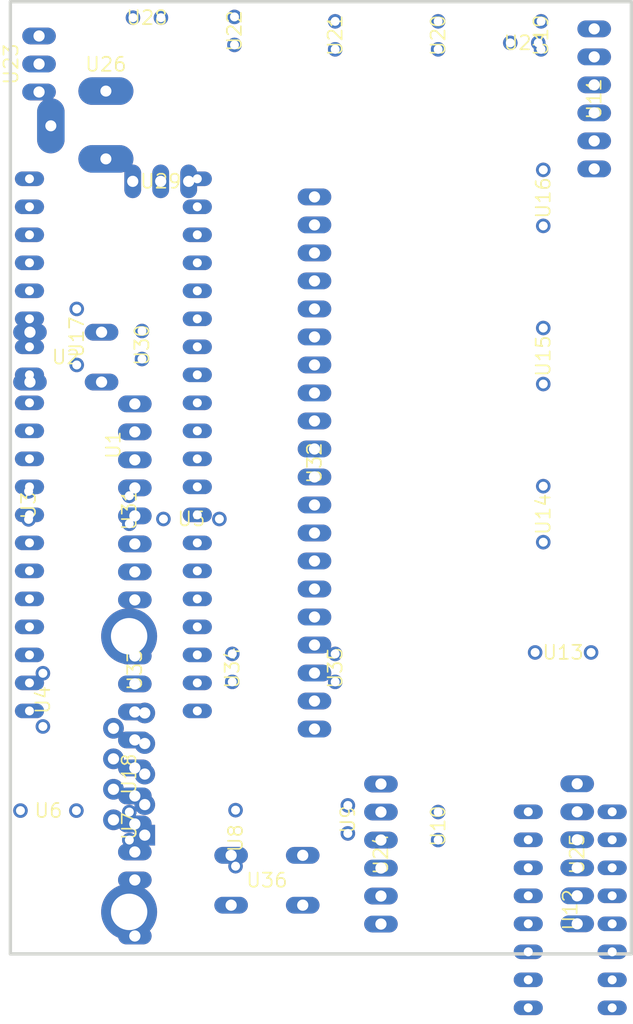
<source format=kicad_pcb>
 ( kicad_pcb  ( version 20171130 )
 ( host pcbnew "(5.1.4-0-10_14)" )
 ( general  ( thickness 1.6 )
 ( drawings 4 )
 ( tracks 0 )
 ( zones 0 )
 ( modules 36 )
 ( nets 71 )
)
 ( page A4 )
 ( layers  ( 0 Top signal )
 ( 31 Bottom signal )
 ( 32 B.Adhes user )
 ( 33 F.Adhes user )
 ( 34 B.Paste user )
 ( 35 F.Paste user )
 ( 36 B.SilkS user )
 ( 37 F.SilkS user )
 ( 38 B.Mask user )
 ( 39 F.Mask user )
 ( 40 Dwgs.User user )
 ( 41 Cmts.User user )
 ( 42 Eco1.User user )
 ( 43 Eco2.User user )
 ( 44 Edge.Cuts user )
 ( 45 Margin user )
 ( 46 B.CrtYd user )
 ( 47 F.CrtYd user )
 ( 48 B.Fab user )
 ( 49 F.Fab user )
)
 ( setup  ( last_trace_width 0.4064 )
 ( trace_clearance 0.2 )
 ( zone_clearance 0.508 )
 ( zone_45_only no )
 ( trace_min 0.2 )
 ( via_size 0.8 )
 ( via_drill 0.4 )
 ( via_min_size 0.4 )
 ( via_min_drill 0.3 )
 ( uvia_size 0.3 )
 ( uvia_drill 0.1 )
 ( uvias_allowed yes )
 ( uvia_min_size 0.2 )
 ( uvia_min_drill 0.1 )
 ( edge_width 0.05 )
 ( segment_width 0.2 )
 ( pcb_text_width 0.3 )
 ( pcb_text_size 1.5 1.5 )
 ( mod_edge_width 0.12 )
 ( mod_text_size 1 1 )
 ( mod_text_width 0.15 )
 ( pad_size 1.524 1.524 )
 ( pad_drill 0.762 )
 ( pad_to_mask_clearance 0.051 )
 ( solder_mask_min_width 0.25 )
 ( aux_axis_origin 0 0 )
 ( visible_elements 7FFFFFFF )
 ( pcbplotparams  ( layerselection 0x010fc_ffffffff )
 ( usegerberextensions false )
 ( usegerberattributes false )
 ( usegerberadvancedattributes false )
 ( creategerberjobfile false )
 ( excludeedgelayer true )
 ( linewidth 0.100000 )
 ( plotframeref false )
 ( viasonmask false )
 ( mode 1 )
 ( useauxorigin false )
 ( hpglpennumber 1 )
 ( hpglpenspeed 20 )
 ( hpglpendiameter 15.000000 )
 ( psnegative false )
 ( psa4output false )
 ( plotreference true )
 ( plotvalue true )
 ( plotinvisibletext false )
 ( padsonsilk false )
 ( subtractmaskfromsilk false )
 ( outputformat 1 )
 ( mirror false )
 ( drillshape 1 )
 ( scaleselection 1 )
 ( outputdirectory "" )
)
)
 ( net 0 "" )
 ( net 1 "Net-(IC3-Pad40)" )
 ( net 2 "Net-(IC3-Pad39)" )
 ( net 3 "Net-(IC3-Pad38)" )
 ( net 4 "Net-(IC3-Pad37)" )
 ( net 5 "Net-(IC3-Pad36)" )
 ( net 6 "Net-(IC3-Pad35)" )
 ( net 7 /MRF_INT )
 ( net 8 "Net-(IC3-Pad33)" )
 ( net 9 /3.3V_SRC )
 ( net 10 GND )
 ( net 11 "Net-(IC3-Pad30)" )
 ( net 12 "Net-(IC3-Pad29)" )
 ( net 13 "Net-(IC3-Pad28)" )
 ( net 14 "Net-(IC3-Pad27)" )
 ( net 15 /N$17 )
 ( net 16 /N$21 )
 ( net 17 /MRF_SDO )
 ( net 18 /MRF_SDI )
 ( net 19 "Net-(IC3-Pad22)" )
 ( net 20 "Net-(IC3-Pad21)" )
 ( net 21 "Net-(IC3-Pad20)" )
 ( net 22 "Net-(IC3-Pad19)" )
 ( net 23 /MRF_SCK )
 ( net 24 /MRF_CS )
 ( net 25 /MRF_WAKE )
 ( net 26 /MRF_RESET )
 ( net 27 /OSC2 )
 ( net 28 /OS1 )
 ( net 29 "Net-(IC3-Pad10)" )
 ( net 30 "Net-(IC3-Pad9)" )
 ( net 31 "Net-(IC3-Pad8)" )
 ( net 32 "Net-(IC3-Pad7)" )
 ( net 33 "Net-(IC3-Pad6)" )
 ( net 34 "Net-(IC3-Pad5)" )
 ( net 35 "Net-(IC3-Pad4)" )
 ( net 36 "Net-(IC3-Pad3)" )
 ( net 37 "Net-(IC3-Pad2)" )
 ( net 38 "Net-(IC3-Pad1)" )
 ( net 39 "Net-(S1-Pad4)" )
 ( net 40 "Net-(S1-Pad2)" )
 ( net 41 "Net-(C6-Pad1)" )
 ( net 42 "Net-(LED3-PadA)" )
 ( net 43 "Net-(R5-Pad1)" )
 ( net 44 "Net-(JP3-Pad6)" )
 ( net 45 "Net-(IC2-Pad14)" )
 ( net 46 "Net-(IC2-Pad13)" )
 ( net 47 "Net-(IC2-Pad12)" )
 ( net 48 "Net-(IC2-Pad11)" )
 ( net 49 "Net-(C5-Pad2)" )
 ( net 50 "Net-(C2-Pad2)" )
 ( net 51 "Net-(C5-Pad1)" )
 ( net 52 "Net-(C4-Pad2)" )
 ( net 53 "Net-(IC2-Pad8)" )
 ( net 54 "Net-(IC2-Pad7)" )
 ( net 55 "Net-(C1-Pad1)" )
 ( net 56 "Net-(C4-Pad1)" )
 ( net 57 "Net-(X1-Pad9)" )
 ( net 58 "Net-(X1-Pad7)" )
 ( net 59 "Net-(X1-Pad1)" )
 ( net 60 "Net-(IC4-Pad1)" )
 ( net 61 "Net-(R8-Pad1)" )
 ( net 62 "Net-(JP4-Pad4)" )
 ( net 63 "Net-(X3-Pad3)" )
 ( net 64 "Net-(LED1-PadA)" )
 ( net 65 "Net-(R2-Pad1)" )
 ( net 66 "Net-(R6-Pad1)" )
 ( net 67 "Net-(LED2-PadA)" )
 ( net 68 "Net-(R1-Pad1)" )
 ( net 69 "Net-(S2-Pad4)" )
 ( net 70 "Net-(S2-Pad2)" )
 ( net_class Default "This is the default net class."  ( clearance 0.2 )
 ( trace_width 0.4064 )
 ( via_dia 0.8 )
 ( via_drill 0.4 )
 ( uvia_dia 0.3 )
 ( uvia_drill 0.1 )
 ( add_net /3.3V_SRC )
 ( add_net /MRF_CS )
 ( add_net /MRF_INT )
 ( add_net /MRF_RESET )
 ( add_net /MRF_SCK )
 ( add_net /MRF_SDI )
 ( add_net /MRF_SDO )
 ( add_net /MRF_WAKE )
 ( add_net /N$17 )
 ( add_net /N$21 )
 ( add_net /OS1 )
 ( add_net /OSC2 )
 ( add_net GND )
 ( add_net "Net-(C1-Pad1)" )
 ( add_net "Net-(C2-Pad2)" )
 ( add_net "Net-(C4-Pad1)" )
 ( add_net "Net-(C4-Pad2)" )
 ( add_net "Net-(C5-Pad1)" )
 ( add_net "Net-(C5-Pad2)" )
 ( add_net "Net-(C6-Pad1)" )
 ( add_net "Net-(IC2-Pad11)" )
 ( add_net "Net-(IC2-Pad12)" )
 ( add_net "Net-(IC2-Pad13)" )
 ( add_net "Net-(IC2-Pad14)" )
 ( add_net "Net-(IC2-Pad7)" )
 ( add_net "Net-(IC2-Pad8)" )
 ( add_net "Net-(IC3-Pad1)" )
 ( add_net "Net-(IC3-Pad10)" )
 ( add_net "Net-(IC3-Pad19)" )
 ( add_net "Net-(IC3-Pad2)" )
 ( add_net "Net-(IC3-Pad20)" )
 ( add_net "Net-(IC3-Pad21)" )
 ( add_net "Net-(IC3-Pad22)" )
 ( add_net "Net-(IC3-Pad27)" )
 ( add_net "Net-(IC3-Pad28)" )
 ( add_net "Net-(IC3-Pad29)" )
 ( add_net "Net-(IC3-Pad3)" )
 ( add_net "Net-(IC3-Pad30)" )
 ( add_net "Net-(IC3-Pad33)" )
 ( add_net "Net-(IC3-Pad35)" )
 ( add_net "Net-(IC3-Pad36)" )
 ( add_net "Net-(IC3-Pad37)" )
 ( add_net "Net-(IC3-Pad38)" )
 ( add_net "Net-(IC3-Pad39)" )
 ( add_net "Net-(IC3-Pad4)" )
 ( add_net "Net-(IC3-Pad40)" )
 ( add_net "Net-(IC3-Pad5)" )
 ( add_net "Net-(IC3-Pad6)" )
 ( add_net "Net-(IC3-Pad7)" )
 ( add_net "Net-(IC3-Pad8)" )
 ( add_net "Net-(IC3-Pad9)" )
 ( add_net "Net-(IC4-Pad1)" )
 ( add_net "Net-(JP3-Pad6)" )
 ( add_net "Net-(JP4-Pad4)" )
 ( add_net "Net-(LED1-PadA)" )
 ( add_net "Net-(LED2-PadA)" )
 ( add_net "Net-(LED3-PadA)" )
 ( add_net "Net-(R1-Pad1)" )
 ( add_net "Net-(R2-Pad1)" )
 ( add_net "Net-(R5-Pad1)" )
 ( add_net "Net-(R6-Pad1)" )
 ( add_net "Net-(R8-Pad1)" )
 ( add_net "Net-(S1-Pad2)" )
 ( add_net "Net-(S1-Pad4)" )
 ( add_net "Net-(S2-Pad2)" )
 ( add_net "Net-(S2-Pad4)" )
 ( add_net "Net-(X1-Pad1)" )
 ( add_net "Net-(X1-Pad7)" )
 ( add_net "Net-(X1-Pad9)" )
 ( add_net "Net-(X3-Pad3)" )
)
 ( module picDevBoard:317TS  ( layer Top )
 ( tedit 5DD22436 )
 ( tstamp 5DC8E7E0 )
 ( at 122.909500 67.476000 90.000000 )
 ( descr "<b>VOLTAGE REGULATOR</b>" )
 ( path /FA55F29D )
 ( fp_text reference U23  ( at 0 -2.54 90 )
 ( layer F.SilkS )
 ( effects  ( font  ( size 1.27 1.27 )
 ( thickness 0.15 )
)
)
)
 ( fp_text value ""  ( at 0 -2.54 90 )
 ( layer F.SilkS )
 ( effects  ( font  ( size 1.27 1.27 )
 ( thickness 0.15 )
)
)
)
 ( fp_poly  ( pts  ( xy -5.4 -2.54 )
 ( xy -5.4 1.96 )
 ( xy 5.2 1.96 )
 ( xy 5.2 -2.54 )
)
 ( layer F.CrtYd )
 ( width 0.1 )
)
 ( fp_poly  ( pts  ( xy -3.4 -1.54 )
 ( xy -3.4 1.56 )
 ( xy 3.4 1.56 )
 ( xy 3.4 -1.54 )
)
 ( layer B.CrtYd )
 ( width 0.1 )
)
 ( pad 3 thru_hole oval  ( at 2.54 0 180.000000 )
 ( size 3.048 1.524 )
 ( drill 1.016 )
 ( layers *.Cu *.Mask )
 ( net 41 "Net-(C6-Pad1)" )
 ( solder_mask_margin 0.1016 )
)
 ( pad 2 thru_hole oval  ( at 0 0 180.000000 )
 ( size 3.048 1.524 )
 ( drill 1.016 )
 ( layers *.Cu *.Mask )
 ( net 9 /3.3V_SRC )
 ( solder_mask_margin 0.1016 )
)
 ( pad 1 thru_hole oval  ( at -2.54 0 180.000000 )
 ( size 3.048 1.524 )
 ( drill 1.016 )
 ( layers *.Cu *.Mask )
 ( net 60 "Net-(IC4-Pad1)" )
 ( solder_mask_margin 0.1016 )
)
)
 ( module picDevBoard:733980-62 locked  ( layer Top )
 ( tedit 5DD23BA9 )
 ( tstamp 5DC8E86D )
 ( at 128.979600 70.051600 180.000000 )
 ( descr "<b>DC POWER JACK</b><p>\nDC20-09 (2.0 mm Center Pin)<br>\nDC25-09 (2.5 mm Center Pin)<br>\nSource: http://www2.produktinfo.conrad.com/datenblaetter/725000-749999/733980-da-01-en-Printbuchse_mit_Schaltkontakt_2mm.pdf" )
 ( path /D0EFEB30 )
 ( fp_text reference U26  ( at 0 2.54 180 )
 ( layer F.SilkS )
 ( effects  ( font  ( size 1.27 1.27 )
 ( thickness 0.15 )
)
)
)
 ( fp_text value ""  ( at 0 2.54 180 )
 ( layer F.SilkS )
 ( effects  ( font  ( size 1.27 1.27 )
 ( thickness 0.15 )
)
)
)
 ( fp_poly  ( pts  ( xy -4.4 -6.26 )
 ( xy 4.4 -6.26 )
 ( xy 4.4 7.64 )
 ( xy -4.4 7.64 )
)
 ( layer F.CrtYd )
 ( width 0.1 )
)
 ( pad 3 thru_hole oval  ( at 5 -3.03 270.000000 )
 ( size 5 2.5 )
 ( drill 1 )
 ( layers *.Cu *.Mask )
 ( net 63 "Net-(X3-Pad3)" )
 ( solder_mask_margin 0.1016 )
)
 ( pad 1 thru_hole oval  ( at 0 -6.03 180.000000 )
 ( size 5 2.5 )
 ( drill 1 )
 ( layers *.Cu *.Mask )
 ( net 10 GND )
 ( solder_mask_margin 0.1016 )
)
 ( pad 2 thru_hole oval  ( at 0 0.12 180.000000 )
 ( size 5 2.5 )
 ( drill 1 )
 ( layers *.Cu *.Mask )
 ( net 41 "Net-(C6-Pad1)" )
 ( solder_mask_margin 0.1016 )
)
)
 ( module picDevBoard:DB9 locked  ( layer Top )
 ( tedit 5DD22E40 )
 ( tstamp 5DC8E78D )
 ( at 127.912800 131.875200 90.000000 )
 ( descr <b>SUB-D</b> )
 ( path /8679BB61 )
 ( fp_text reference U18  ( at 0 3.175 90 )
 ( layer F.SilkS )
 ( effects  ( font  ( size 1.27 1.27 )
 ( thickness 0.15 )
)
)
)
 ( fp_text value ""  ( at 0 3.175 90 )
 ( layer F.SilkS )
 ( effects  ( font  ( size 1.27 1.27 )
 ( thickness 0.15 )
)
)
)
 ( fp_poly  ( pts  ( xy -15.6 -6.525 )
 ( xy 15.6 -6.525 )
 ( xy 15.6 6.175 )
 ( xy -15.6 6.175 )
)
 ( layer F.CrtYd )
 ( width 0.1 )
)
 ( pad G2 thru_hole circle  ( at 12.5 3.175 90.000000 )
 ( size 5.08 5.08 )
 ( drill 3.302 )
 ( layers *.Cu *.Mask )
 ( solder_mask_margin 0.1016 )
)
 ( pad G1 thru_hole circle  ( at -12.5 3.175 90.000000 )
 ( size 5.08 5.08 )
 ( drill 3.302 )
 ( layers *.Cu *.Mask )
 ( solder_mask_margin 0.1016 )
)
 ( pad 9 thru_hole circle  ( at 4.15 1.755 90.000000 )
 ( size 1.8796 1.8796 )
 ( drill 1.016 )
 ( layers *.Cu *.Mask )
 ( net 57 "Net-(X1-Pad9)" )
 ( solder_mask_margin 0.1016 )
)
 ( pad 8 thru_hole circle  ( at 1.38 1.755 90.000000 )
 ( size 1.8796 1.8796 )
 ( drill 1.016 )
 ( layers *.Cu *.Mask )
 ( net 58 "Net-(X1-Pad7)" )
 ( solder_mask_margin 0.1016 )
)
 ( pad 7 thru_hole circle  ( at -1.38 1.755 90.000000 )
 ( size 1.8796 1.8796 )
 ( drill 1.016 )
 ( layers *.Cu *.Mask )
 ( net 58 "Net-(X1-Pad7)" )
 ( solder_mask_margin 0.1016 )
)
 ( pad 6 thru_hole circle  ( at -4.15 1.755 90.000000 )
 ( size 1.8796 1.8796 )
 ( drill 1.016 )
 ( layers *.Cu *.Mask )
 ( net 59 "Net-(X1-Pad1)" )
 ( solder_mask_margin 0.1016 )
)
 ( pad 5 thru_hole circle  ( at 5.54 4.595 90.000000 )
 ( size 1.8796 1.8796 )
 ( drill 1.016 )
 ( layers *.Cu *.Mask )
 ( net 10 GND )
 ( solder_mask_margin 0.1016 )
)
 ( pad 4 thru_hole circle  ( at 2.77 4.595 90.000000 )
 ( size 1.8796 1.8796 )
 ( drill 1.016 )
 ( layers *.Cu *.Mask )
 ( net 59 "Net-(X1-Pad1)" )
 ( solder_mask_margin 0.1016 )
)
 ( pad 3 thru_hole circle  ( at 0 4.595 90.000000 )
 ( size 1.8796 1.8796 )
 ( drill 1.016 )
 ( layers *.Cu *.Mask )
 ( net 53 "Net-(IC2-Pad8)" )
 ( solder_mask_margin 0.1016 )
)
 ( pad 2 thru_hole circle  ( at -2.77 4.595 90.000000 )
 ( size 1.8796 1.8796 )
 ( drill 1.016 )
 ( layers *.Cu *.Mask )
 ( net 54 "Net-(IC2-Pad7)" )
 ( solder_mask_margin 0.1016 )
)
 ( pad 1 thru_hole rect  ( at -5.54 4.595 90.000000 )
 ( size 1.8796 1.8796 )
 ( drill 1.016 )
 ( layers *.Cu *.Mask )
 ( net 59 "Net-(X1-Pad1)" )
 ( solder_mask_margin 0.1016 )
)
)
 ( module picDevBoard:DIL40  ( layer Top )
 ( tedit 5DD232E6 )
 ( tstamp 5DC8E5C7 )
 ( at 129.659500 102.018533 270.000000 )
 ( descr "<B>Dual In Line</B><p>\npackage type P" )
 ( path /B686635D )
 ( fp_text reference U1  ( at 0 0 270 )
 ( layer F.SilkS )
 ( effects  ( font  ( size 1.27 1.27 )
 ( thickness 0.15 )
)
)
)
 ( fp_text value ""  ( at 0 0 270 )
 ( layer F.SilkS )
 ( effects  ( font  ( size 1.27 1.27 )
 ( thickness 0.15 )
)
)
)
 ( fp_poly  ( pts  ( xy -25.5 -9 )
 ( xy 25.5 -9 )
 ( xy 25.5 9 )
 ( xy -25.5 9 )
)
 ( layer F.CrtYd )
 ( width 0.1 )
)
 ( pad 40 thru_hole oval  ( at -24.13 -7.62 )
 ( size 2.6416 1.3208 )
 ( drill 0.8128 )
 ( layers *.Cu *.Mask )
 ( net 1 "Net-(IC3-Pad40)" )
 ( solder_mask_margin 0.1016 )
)
 ( pad 39 thru_hole oval  ( at -21.59 -7.62 )
 ( size 2.6416 1.3208 )
 ( drill 0.8128 )
 ( layers *.Cu *.Mask )
 ( net 2 "Net-(IC3-Pad39)" )
 ( solder_mask_margin 0.1016 )
)
 ( pad 38 thru_hole oval  ( at -19.05 -7.62 )
 ( size 2.6416 1.3208 )
 ( drill 0.8128 )
 ( layers *.Cu *.Mask )
 ( net 3 "Net-(IC3-Pad38)" )
 ( solder_mask_margin 0.1016 )
)
 ( pad 37 thru_hole oval  ( at -16.51 -7.62 )
 ( size 2.6416 1.3208 )
 ( drill 0.8128 )
 ( layers *.Cu *.Mask )
 ( net 4 "Net-(IC3-Pad37)" )
 ( solder_mask_margin 0.1016 )
)
 ( pad 36 thru_hole oval  ( at -13.97 -7.62 )
 ( size 2.6416 1.3208 )
 ( drill 0.8128 )
 ( layers *.Cu *.Mask )
 ( net 5 "Net-(IC3-Pad36)" )
 ( solder_mask_margin 0.1016 )
)
 ( pad 35 thru_hole oval  ( at -11.43 -7.62 )
 ( size 2.6416 1.3208 )
 ( drill 0.8128 )
 ( layers *.Cu *.Mask )
 ( net 6 "Net-(IC3-Pad35)" )
 ( solder_mask_margin 0.1016 )
)
 ( pad 34 thru_hole oval  ( at -8.89 -7.62 )
 ( size 2.6416 1.3208 )
 ( drill 0.8128 )
 ( layers *.Cu *.Mask )
 ( net 7 /MRF_INT )
 ( solder_mask_margin 0.1016 )
)
 ( pad 33 thru_hole oval  ( at -6.35 -7.62 )
 ( size 2.6416 1.3208 )
 ( drill 0.8128 )
 ( layers *.Cu *.Mask )
 ( net 8 "Net-(IC3-Pad33)" )
 ( solder_mask_margin 0.1016 )
)
 ( pad 32 thru_hole oval  ( at -3.81 -7.62 )
 ( size 2.6416 1.3208 )
 ( drill 0.8128 )
 ( layers *.Cu *.Mask )
 ( net 9 /3.3V_SRC )
 ( solder_mask_margin 0.1016 )
)
 ( pad 31 thru_hole oval  ( at -1.27 -7.62 )
 ( size 2.6416 1.3208 )
 ( drill 0.8128 )
 ( layers *.Cu *.Mask )
 ( net 10 GND )
 ( solder_mask_margin 0.1016 )
)
 ( pad 30 thru_hole oval  ( at 1.27 -7.62 )
 ( size 2.6416 1.3208 )
 ( drill 0.8128 )
 ( layers *.Cu *.Mask )
 ( net 11 "Net-(IC3-Pad30)" )
 ( solder_mask_margin 0.1016 )
)
 ( pad 29 thru_hole oval  ( at 3.81 -7.62 )
 ( size 2.6416 1.3208 )
 ( drill 0.8128 )
 ( layers *.Cu *.Mask )
 ( net 12 "Net-(IC3-Pad29)" )
 ( solder_mask_margin 0.1016 )
)
 ( pad 28 thru_hole oval  ( at 6.35 -7.62 )
 ( size 2.6416 1.3208 )
 ( drill 0.8128 )
 ( layers *.Cu *.Mask )
 ( net 13 "Net-(IC3-Pad28)" )
 ( solder_mask_margin 0.1016 )
)
 ( pad 27 thru_hole oval  ( at 8.89 -7.62 )
 ( size 2.6416 1.3208 )
 ( drill 0.8128 )
 ( layers *.Cu *.Mask )
 ( net 14 "Net-(IC3-Pad27)" )
 ( solder_mask_margin 0.1016 )
)
 ( pad 26 thru_hole oval  ( at 11.43 -7.62 )
 ( size 2.6416 1.3208 )
 ( drill 0.8128 )
 ( layers *.Cu *.Mask )
 ( net 15 /N$17 )
 ( solder_mask_margin 0.1016 )
)
 ( pad 25 thru_hole oval  ( at 13.97 -7.62 )
 ( size 2.6416 1.3208 )
 ( drill 0.8128 )
 ( layers *.Cu *.Mask )
 ( net 16 /N$21 )
 ( solder_mask_margin 0.1016 )
)
 ( pad 24 thru_hole oval  ( at 16.51 -7.62 )
 ( size 2.6416 1.3208 )
 ( drill 0.8128 )
 ( layers *.Cu *.Mask )
 ( net 17 /MRF_SDO )
 ( solder_mask_margin 0.1016 )
)
 ( pad 23 thru_hole oval  ( at 19.05 -7.62 )
 ( size 2.6416 1.3208 )
 ( drill 0.8128 )
 ( layers *.Cu *.Mask )
 ( net 18 /MRF_SDI )
 ( solder_mask_margin 0.1016 )
)
 ( pad 22 thru_hole oval  ( at 21.59 -7.62 )
 ( size 2.6416 1.3208 )
 ( drill 0.8128 )
 ( layers *.Cu *.Mask )
 ( net 19 "Net-(IC3-Pad22)" )
 ( solder_mask_margin 0.1016 )
)
 ( pad 21 thru_hole oval  ( at 24.13 -7.62 )
 ( size 2.6416 1.3208 )
 ( drill 0.8128 )
 ( layers *.Cu *.Mask )
 ( net 20 "Net-(IC3-Pad21)" )
 ( solder_mask_margin 0.1016 )
)
 ( pad 20 thru_hole oval  ( at 24.13 7.62 )
 ( size 2.6416 1.3208 )
 ( drill 0.8128 )
 ( layers *.Cu *.Mask )
 ( net 21 "Net-(IC3-Pad20)" )
 ( solder_mask_margin 0.1016 )
)
 ( pad 19 thru_hole oval  ( at 21.59 7.62 )
 ( size 2.6416 1.3208 )
 ( drill 0.8128 )
 ( layers *.Cu *.Mask )
 ( net 22 "Net-(IC3-Pad19)" )
 ( solder_mask_margin 0.1016 )
)
 ( pad 18 thru_hole oval  ( at 19.05 7.62 )
 ( size 2.6416 1.3208 )
 ( drill 0.8128 )
 ( layers *.Cu *.Mask )
 ( net 23 /MRF_SCK )
 ( solder_mask_margin 0.1016 )
)
 ( pad 17 thru_hole oval  ( at 16.51 7.62 )
 ( size 2.6416 1.3208 )
 ( drill 0.8128 )
 ( layers *.Cu *.Mask )
 ( net 24 /MRF_CS )
 ( solder_mask_margin 0.1016 )
)
 ( pad 16 thru_hole oval  ( at 13.97 7.62 )
 ( size 2.6416 1.3208 )
 ( drill 0.8128 )
 ( layers *.Cu *.Mask )
 ( net 25 /MRF_WAKE )
 ( solder_mask_margin 0.1016 )
)
 ( pad 15 thru_hole oval  ( at 11.43 7.62 )
 ( size 2.6416 1.3208 )
 ( drill 0.8128 )
 ( layers *.Cu *.Mask )
 ( net 26 /MRF_RESET )
 ( solder_mask_margin 0.1016 )
)
 ( pad 14 thru_hole oval  ( at 8.89 7.62 )
 ( size 2.6416 1.3208 )
 ( drill 0.8128 )
 ( layers *.Cu *.Mask )
 ( net 27 /OSC2 )
 ( solder_mask_margin 0.1016 )
)
 ( pad 13 thru_hole oval  ( at 6.35 7.62 )
 ( size 2.6416 1.3208 )
 ( drill 0.8128 )
 ( layers *.Cu *.Mask )
 ( net 28 /OS1 )
 ( solder_mask_margin 0.1016 )
)
 ( pad 12 thru_hole oval  ( at 3.81 7.62 )
 ( size 2.6416 1.3208 )
 ( drill 0.8128 )
 ( layers *.Cu *.Mask )
 ( net 10 GND )
 ( solder_mask_margin 0.1016 )
)
 ( pad 11 thru_hole oval  ( at 1.27 7.62 )
 ( size 2.6416 1.3208 )
 ( drill 0.8128 )
 ( layers *.Cu *.Mask )
 ( net 9 /3.3V_SRC )
 ( solder_mask_margin 0.1016 )
)
 ( pad 10 thru_hole oval  ( at -1.27 7.62 )
 ( size 2.6416 1.3208 )
 ( drill 0.8128 )
 ( layers *.Cu *.Mask )
 ( net 29 "Net-(IC3-Pad10)" )
 ( solder_mask_margin 0.1016 )
)
 ( pad 9 thru_hole oval  ( at -3.81 7.62 )
 ( size 2.6416 1.3208 )
 ( drill 0.8128 )
 ( layers *.Cu *.Mask )
 ( net 30 "Net-(IC3-Pad9)" )
 ( solder_mask_margin 0.1016 )
)
 ( pad 8 thru_hole oval  ( at -6.35 7.62 )
 ( size 2.6416 1.3208 )
 ( drill 0.8128 )
 ( layers *.Cu *.Mask )
 ( net 31 "Net-(IC3-Pad8)" )
 ( solder_mask_margin 0.1016 )
)
 ( pad 7 thru_hole oval  ( at -8.89 7.62 )
 ( size 2.6416 1.3208 )
 ( drill 0.8128 )
 ( layers *.Cu *.Mask )
 ( net 32 "Net-(IC3-Pad7)" )
 ( solder_mask_margin 0.1016 )
)
 ( pad 6 thru_hole oval  ( at -11.43 7.62 )
 ( size 2.6416 1.3208 )
 ( drill 0.8128 )
 ( layers *.Cu *.Mask )
 ( net 33 "Net-(IC3-Pad6)" )
 ( solder_mask_margin 0.1016 )
)
 ( pad 5 thru_hole oval  ( at -13.97 7.62 )
 ( size 2.6416 1.3208 )
 ( drill 0.8128 )
 ( layers *.Cu *.Mask )
 ( net 34 "Net-(IC3-Pad5)" )
 ( solder_mask_margin 0.1016 )
)
 ( pad 4 thru_hole oval  ( at -16.51 7.62 )
 ( size 2.6416 1.3208 )
 ( drill 0.8128 )
 ( layers *.Cu *.Mask )
 ( net 35 "Net-(IC3-Pad4)" )
 ( solder_mask_margin 0.1016 )
)
 ( pad 3 thru_hole oval  ( at -19.05 7.62 )
 ( size 2.6416 1.3208 )
 ( drill 0.8128 )
 ( layers *.Cu *.Mask )
 ( net 36 "Net-(IC3-Pad3)" )
 ( solder_mask_margin 0.1016 )
)
 ( pad 2 thru_hole oval  ( at -21.59 7.62 )
 ( size 2.6416 1.3208 )
 ( drill 0.8128 )
 ( layers *.Cu *.Mask )
 ( net 37 "Net-(IC3-Pad2)" )
 ( solder_mask_margin 0.1016 )
)
 ( pad 1 thru_hole oval  ( at -24.13 7.62 )
 ( size 2.6416 1.3208 )
 ( drill 0.8128 )
 ( layers *.Cu *.Mask )
 ( net 38 "Net-(IC3-Pad1)" )
 ( solder_mask_margin 0.1016 )
)
)
 ( module picDevBoard:B3F-10XX  ( layer Top )
 ( tedit 5DD22839 )
 ( tstamp 5DC8E5F8 )
 ( at 125.334700 94.061067 )
 ( descr "<b>OMRON SWITCH</b>" )
 ( path /788C9994 )
 ( fp_text reference U2  ( at 0 0 )
 ( layer F.SilkS )
 ( effects  ( font  ( size 1.27 1.27 )
 ( thickness 0.15 )
)
)
)
 ( fp_text value ""  ( at 0 0 )
 ( layer F.SilkS )
 ( effects  ( font  ( size 1.27 1.27 )
 ( thickness 0.15 )
)
)
)
 ( fp_poly  ( pts  ( xy -3.4 -3.2 )
 ( xy 3.4 -3.2 )
 ( xy 3.4 3.2 )
 ( xy -3.4 3.2 )
)
 ( layer F.CrtYd )
 ( width 0.1 )
)
 ( pad 4 thru_hole oval  ( at 3.2512 2.2606 )
 ( size 3.048 1.524 )
 ( drill 1.016 )
 ( layers *.Cu *.Mask )
 ( net 39 "Net-(S1-Pad4)" )
 ( solder_mask_margin 0.1016 )
)
 ( pad 2 thru_hole oval  ( at 3.2512 -2.2606 )
 ( size 3.048 1.524 )
 ( drill 1.016 )
 ( layers *.Cu *.Mask )
 ( net 40 "Net-(S1-Pad2)" )
 ( solder_mask_margin 0.1016 )
)
 ( pad 3 thru_hole oval  ( at -3.2512 2.2606 )
 ( size 3.048 1.524 )
 ( drill 1.016 )
 ( layers *.Cu *.Mask )
 ( net 38 "Net-(IC3-Pad1)" )
 ( solder_mask_margin 0.1016 )
)
 ( pad 1 thru_hole oval  ( at -3.2512 -2.2606 )
 ( size 3.048 1.524 )
 ( drill 1.016 )
 ( layers *.Cu *.Mask )
 ( net 10 GND )
 ( solder_mask_margin 0.1016 )
)
)
 ( module picDevBoard:C025-024X044  ( layer Top )
 ( tedit 5DD22892 )
 ( tstamp 5DC8E635 )
 ( at 121.959500 107.503600 270.000000 )
 ( descr "<b>CAPACITOR</b><p>\ngrid 2.5 mm, outline 2.4 x 4.4 mm" )
 ( path /2F4B506D )
 ( fp_text reference U3  ( at 0 0 270 )
 ( layer F.SilkS )
 ( effects  ( font  ( size 1.27 1.27 )
 ( thickness 0.15 )
)
)
)
 ( fp_text value ""  ( at 0 0 270 )
 ( layer F.SilkS )
 ( effects  ( font  ( size 1.27 1.27 )
 ( thickness 0.15 )
)
)
)
 ( fp_poly  ( pts  ( xy -2.3 -1.3 )
 ( xy 2.3 -1.3 )
 ( xy 2.3 1.3 )
 ( xy -2.3 1.3 )
)
 ( layer F.CrtYd )
 ( width 0.1 )
)
 ( pad 2 thru_hole circle  ( at 1.27 0 270.000000 )
 ( size 1.3208 1.3208 )
 ( drill 0.8128 )
 ( layers *.Cu *.Mask )
 ( net 10 GND )
 ( solder_mask_margin 0.1016 )
)
 ( pad 1 thru_hole circle  ( at -1.27 0 270.000000 )
 ( size 1.3208 1.3208 )
 ( drill 0.8128 )
 ( layers *.Cu *.Mask )
 ( net 9 /3.3V_SRC )
 ( solder_mask_margin 0.1016 )
)
)
 ( module picDevBoard:HC49_S  ( layer Top )
 ( tedit 5DD2361A )
 ( tstamp 5DC8E646 )
 ( at 123.259500 125.146133 270.000000 )
 ( descr <b>CRYSTAL</b> )
 ( path /22BC07EB )
 ( fp_text reference U4  ( at 0 0 270 )
 ( layer F.SilkS )
 ( effects  ( font  ( size 1.27 1.27 )
 ( thickness 0.15 )
)
)
)
 ( fp_text value ""  ( at 0 0 270 )
 ( layer F.SilkS )
 ( effects  ( font  ( size 1.27 1.27 )
 ( thickness 0.15 )
)
)
)
 ( fp_poly  ( pts  ( xy -5.6 -2.6 )
 ( xy 5.6 -2.6 )
 ( xy 5.6 2.6 )
 ( xy -5.6 2.6 )
)
 ( layer F.CrtYd )
 ( width 0.1 )
)
 ( pad 1 thru_hole circle  ( at -2.413 0 270.000000 )
 ( size 1.3208 1.3208 )
 ( drill 0.8128 )
 ( layers *.Cu *.Mask )
 ( net 28 /OS1 )
 ( solder_mask_margin 0.1016 )
)
 ( pad 2 thru_hole circle  ( at 2.413 0 270.000000 )
 ( size 1.3208 1.3208 )
 ( drill 0.8128 )
 ( layers *.Cu *.Mask )
 ( net 27 /OSC2 )
 ( solder_mask_margin 0.1016 )
)
)
 ( module picDevBoard:C050-024X044  ( layer Top )
 ( tedit 5DD22909 )
 ( tstamp 5DC8E662 )
 ( at 136.744378 108.740879 180.000000 )
 ( descr "<b>CAPACITOR</b><p>\ngrid 5 mm, outline 2.4 x 4.4 mm" )
 ( path /E6471815 )
 ( fp_text reference U5  ( at 0 0 180 )
 ( layer F.SilkS )
 ( effects  ( font  ( size 1.27 1.27 )
 ( thickness 0.15 )
)
)
)
 ( fp_text value ""  ( at 0 0 180 )
 ( layer F.SilkS )
 ( effects  ( font  ( size 1.27 1.27 )
 ( thickness 0.15 )
)
)
)
 ( fp_poly  ( pts  ( xy -2.3 -1.3 )
 ( xy -2.3 1.3 )
 ( xy 2.3 1.3 )
 ( xy 2.3 -1.3 )
)
 ( layer F.CrtYd )
 ( width 0.1 )
)
 ( pad 2 thru_hole circle  ( at 2.54 0 180.000000 )
 ( size 1.3208 1.3208 )
 ( drill 0.8128 )
 ( layers *.Cu *.Mask )
 ( net 10 GND )
 ( solder_mask_margin 0.1016 )
)
 ( pad 1 thru_hole circle  ( at -2.54 0 180.000000 )
 ( size 1.3208 1.3208 )
 ( drill 0.8128 )
 ( layers *.Cu *.Mask )
 ( net 28 /OS1 )
 ( solder_mask_margin 0.1016 )
)
)
 ( module picDevBoard:C050-024X044  ( layer Top )
 ( tedit 5DD22909 )
 ( tstamp 5DC8E677 )
 ( at 123.759900 135.188667 180.000000 )
 ( descr "<b>CAPACITOR</b><p>\ngrid 5 mm, outline 2.4 x 4.4 mm" )
 ( path /DC2BCD37 )
 ( fp_text reference U6  ( at 0 0 180 )
 ( layer F.SilkS )
 ( effects  ( font  ( size 1.27 1.27 )
 ( thickness 0.15 )
)
)
)
 ( fp_text value ""  ( at 0 0 180 )
 ( layer F.SilkS )
 ( effects  ( font  ( size 1.27 1.27 )
 ( thickness 0.15 )
)
)
)
 ( fp_poly  ( pts  ( xy -2.3 -1.3 )
 ( xy -2.3 1.3 )
 ( xy 2.3 1.3 )
 ( xy 2.3 -1.3 )
)
 ( layer F.CrtYd )
 ( width 0.1 )
)
 ( pad 2 thru_hole circle  ( at 2.54 0 180.000000 )
 ( size 1.3208 1.3208 )
 ( drill 0.8128 )
 ( layers *.Cu *.Mask )
 ( net 10 GND )
 ( solder_mask_margin 0.1016 )
)
 ( pad 1 thru_hole circle  ( at -2.54 0 180.000000 )
 ( size 1.3208 1.3208 )
 ( drill 0.8128 )
 ( layers *.Cu *.Mask )
 ( net 27 /OSC2 )
 ( solder_mask_margin 0.1016 )
)
)
 ( module picDevBoard:V526-0  ( layer Top )
 ( tedit 5DD23A48 )
 ( tstamp 5DC8E68C )
 ( at 131.106700 136.588667 270.000000 )
 ( descr "<b>RESISTOR</b><p>\ntype V526-0, grid 2.5 mm" )
 ( path /BA9F59F4 )
 ( fp_text reference U7  ( at 0 0 270 )
 ( layer F.SilkS )
 ( effects  ( font  ( size 1.27 1.27 )
 ( thickness 0.15 )
)
)
)
 ( fp_text value ""  ( at 0 0 270 )
 ( layer F.SilkS )
 ( effects  ( font  ( size 1.27 1.27 )
 ( thickness 0.15 )
)
)
)
 ( fp_poly  ( pts  ( xy -2.7 -1.1 )
 ( xy 2.7 -1.1 )
 ( xy 2.7 1.1 )
 ( xy -2.7 1.1 )
)
 ( layer F.CrtYd )
 ( width 0.1 )
)
 ( pad 2 thru_hole circle  ( at 1.27 0 270.000000 )
 ( size 1.3208 1.3208 )
 ( drill 0.8128 )
 ( layers *.Cu *.Mask )
 ( net 38 "Net-(IC3-Pad1)" )
 ( solder_mask_margin 0.1016 )
)
 ( pad 1 thru_hole circle  ( at -1.27 0 270.000000 )
 ( size 1.3208 1.3208 )
 ( drill 0.8128 )
 ( layers *.Cu *.Mask )
 ( net 9 /3.3V_SRC )
 ( solder_mask_margin 0.1016 )
)
)
 ( module picDevBoard:C050-025X075  ( layer Top )
 ( tedit 5DD22973 )
 ( tstamp 5DC8E699 )
 ( at 140.753900 137.688667 270.000000 )
 ( descr "<b>CAPACITOR</b><p>\ngrid 5 mm, outline 2.5 x 7.5 mm" )
 ( path /6DF0E31E )
 ( fp_text reference U8  ( at 0 0 270 )
 ( layer F.SilkS )
 ( effects  ( font  ( size 1.27 1.27 )
 ( thickness 0.15 )
)
)
)
 ( fp_text value ""  ( at 0 0 270 )
 ( layer F.SilkS )
 ( effects  ( font  ( size 1.27 1.27 )
 ( thickness 0.15 )
)
)
)
 ( fp_poly  ( pts  ( xy -3.8 -1.4 )
 ( xy 3.8 -1.4 )
 ( xy 3.8 1.4 )
 ( xy -3.8 1.4 )
)
 ( layer F.CrtYd )
 ( width 0.1 )
)
 ( pad 2 thru_hole circle  ( at 2.54 0 270.000000 )
 ( size 1.3208 1.3208 )
 ( drill 0.8128 )
 ( layers *.Cu *.Mask )
 ( net 10 GND )
 ( solder_mask_margin 0.1016 )
)
 ( pad 1 thru_hole circle  ( at -2.54 0 270.000000 )
 ( size 1.3208 1.3208 )
 ( drill 0.8128 )
 ( layers *.Cu *.Mask )
 ( net 41 "Net-(C6-Pad1)" )
 ( solder_mask_margin 0.1016 )
)
)
 ( module picDevBoard:LED3MM  ( layer Top )
 ( tedit 5DD2369D )
 ( tstamp 5DC8E6AC )
 ( at 150.951100 135.988667 270.000000 )
 ( descr "<B>LED</B><p>\n3 mm, round" )
 ( path /E9052FDA )
 ( fp_text reference U9  ( at 0 0 270 )
 ( layer F.SilkS )
 ( effects  ( font  ( size 1.27 1.27 )
 ( thickness 0.15 )
)
)
)
 ( fp_text value ""  ( at 0 0 270 )
 ( layer F.SilkS )
 ( effects  ( font  ( size 1.27 1.27 )
 ( thickness 0.15 )
)
)
)
 ( fp_poly  ( pts  ( xy -2.2 -2.2 )
 ( xy 2 -2.2 )
 ( xy 2 2.3 )
 ( xy -2.2 2.3 )
)
 ( layer F.CrtYd )
 ( width 0.1 )
)
 ( pad K thru_hole circle  ( at 1.27 0 270.000000 )
 ( size 1.3208 1.3208 )
 ( drill 0.8128 )
 ( layers *.Cu *.Mask )
 ( net 10 GND )
 ( solder_mask_margin 0.1016 )
)
 ( pad A thru_hole circle  ( at -1.27 0 270.000000 )
 ( size 1.3208 1.3208 )
 ( drill 0.8128 )
 ( layers *.Cu *.Mask )
 ( net 42 "Net-(LED3-PadA)" )
 ( solder_mask_margin 0.1016 )
)
)
 ( module picDevBoard:V526-0  ( layer Top )
 ( tedit 5DD23A48 )
 ( tstamp 5DC8E6C4 )
 ( at 159.148300 136.588667 270.000000 )
 ( descr "<b>RESISTOR</b><p>\ntype V526-0, grid 2.5 mm" )
 ( path /1A59B195 )
 ( fp_text reference U10  ( at 0 0 270 )
 ( layer F.SilkS )
 ( effects  ( font  ( size 1.27 1.27 )
 ( thickness 0.15 )
)
)
)
 ( fp_text value ""  ( at 0 0 270 )
 ( layer F.SilkS )
 ( effects  ( font  ( size 1.27 1.27 )
 ( thickness 0.15 )
)
)
)
 ( fp_poly  ( pts  ( xy -2.7 -1.1 )
 ( xy 2.7 -1.1 )
 ( xy 2.7 1.1 )
 ( xy -2.7 1.1 )
)
 ( layer F.CrtYd )
 ( width 0.1 )
)
 ( pad 2 thru_hole circle  ( at 1.27 0 270.000000 )
 ( size 1.3208 1.3208 )
 ( drill 0.8128 )
 ( layers *.Cu *.Mask )
 ( net 42 "Net-(LED3-PadA)" )
 ( solder_mask_margin 0.1016 )
)
 ( pad 1 thru_hole circle  ( at -1.27 0 270.000000 )
 ( size 1.3208 1.3208 )
 ( drill 0.8128 )
 ( layers *.Cu *.Mask )
 ( net 43 "Net-(R5-Pad1)" )
 ( solder_mask_margin 0.1016 )
)
)
 ( module picDevBoard:1X06  ( layer Top )
 ( tedit 5DD23AD1 )
 ( tstamp 5DC8E6D1 )
 ( at 173.320378 70.640879 90.000000 )
 ( descr "<b>PIN HEADER</b>" )
 ( path /8182258E )
 ( fp_text reference U11  ( at 0 0 90 )
 ( layer F.SilkS )
 ( effects  ( font  ( size 1.27 1.27 )
 ( thickness 0.15 )
)
)
)
 ( fp_text value ""  ( at 0 0 90 )
 ( layer F.SilkS )
 ( effects  ( font  ( size 1.27 1.27 )
 ( thickness 0.15 )
)
)
)
 ( fp_poly  ( pts  ( xy -7.5 -1.7 )
 ( xy 7.5 -1.7 )
 ( xy 7.5 1.7 )
 ( xy -7.5 1.7 )
)
 ( layer B.CrtYd )
 ( width 0.1 )
)
 ( fp_poly  ( pts  ( xy -7.5 -1.7 )
 ( xy 7.5 -1.7 )
 ( xy 7.5 1.7 )
 ( xy -7.5 1.7 )
)
 ( layer F.CrtYd )
 ( width 0.1 )
)
 ( pad 6 thru_hole oval  ( at 6.35 0 180.000000 )
 ( size 3.048 1.524 )
 ( drill 1.016 )
 ( layers *.Cu *.Mask )
 ( net 44 "Net-(JP3-Pad6)" )
 ( solder_mask_margin 0.1016 )
)
 ( pad 5 thru_hole oval  ( at 3.81 0 180.000000 )
 ( size 3.048 1.524 )
 ( drill 1.016 )
 ( layers *.Cu *.Mask )
 ( net 2 "Net-(IC3-Pad39)" )
 ( solder_mask_margin 0.1016 )
)
 ( pad 4 thru_hole oval  ( at 1.27 0 180.000000 )
 ( size 3.048 1.524 )
 ( drill 1.016 )
 ( layers *.Cu *.Mask )
 ( net 1 "Net-(IC3-Pad40)" )
 ( solder_mask_margin 0.1016 )
)
 ( pad 3 thru_hole oval  ( at -1.27 0 180.000000 )
 ( size 3.048 1.524 )
 ( drill 1.016 )
 ( layers *.Cu *.Mask )
 ( net 10 GND )
 ( solder_mask_margin 0.1016 )
)
 ( pad 2 thru_hole oval  ( at -3.81 0 180.000000 )
 ( size 3.048 1.524 )
 ( drill 1.016 )
 ( layers *.Cu *.Mask )
 ( net 9 /3.3V_SRC )
 ( solder_mask_margin 0.1016 )
)
 ( pad 1 thru_hole oval  ( at -6.35 0 180.000000 )
 ( size 3.048 1.524 )
 ( drill 1.016 )
 ( layers *.Cu *.Mask )
 ( net 38 "Net-(IC3-Pad1)" )
 ( solder_mask_margin 0.1016 )
)
)
 ( module picDevBoard:DIL16  ( layer Top )
 ( tedit 5DD2332E )
 ( tstamp 5DC8E70B )
 ( at 171.142700 144.188667 270.000000 )
 ( descr "<b>Dual In Line Package</b>" )
 ( path /BC34DC86 )
 ( fp_text reference U12  ( at 0 0 270 )
 ( layer F.SilkS )
 ( effects  ( font  ( size 1.27 1.27 )
 ( thickness 0.15 )
)
)
)
 ( fp_text value ""  ( at 0 0 270 )
 ( layer F.SilkS )
 ( effects  ( font  ( size 1.27 1.27 )
 ( thickness 0.15 )
)
)
)
 ( fp_poly  ( pts  ( xy -10.3 -5.2 )
 ( xy 10.3 -5.2 )
 ( xy 10.3 5.2 )
 ( xy -10.3 5.2 )
)
 ( layer F.CrtYd )
 ( width 0.1 )
)
 ( pad 16 thru_hole oval  ( at -8.89 -3.81 )
 ( size 2.6416 1.3208 )
 ( drill 0.8128 )
 ( layers *.Cu *.Mask )
 ( net 9 /3.3V_SRC )
 ( solder_mask_margin 0.1016 )
)
 ( pad 15 thru_hole oval  ( at -6.35 -3.81 )
 ( size 2.6416 1.3208 )
 ( drill 0.8128 )
 ( layers *.Cu *.Mask )
 ( net 10 GND )
 ( solder_mask_margin 0.1016 )
)
 ( pad 14 thru_hole oval  ( at -3.81 -3.81 )
 ( size 2.6416 1.3208 )
 ( drill 0.8128 )
 ( layers *.Cu *.Mask )
 ( net 45 "Net-(IC2-Pad14)" )
 ( solder_mask_margin 0.1016 )
)
 ( pad 13 thru_hole oval  ( at -1.27 -3.81 )
 ( size 2.6416 1.3208 )
 ( drill 0.8128 )
 ( layers *.Cu *.Mask )
 ( net 46 "Net-(IC2-Pad13)" )
 ( solder_mask_margin 0.1016 )
)
 ( pad 12 thru_hole oval  ( at 1.27 -3.81 )
 ( size 2.6416 1.3208 )
 ( drill 0.8128 )
 ( layers *.Cu *.Mask )
 ( net 47 "Net-(IC2-Pad12)" )
 ( solder_mask_margin 0.1016 )
)
 ( pad 11 thru_hole oval  ( at 3.81 -3.81 )
 ( size 2.6416 1.3208 )
 ( drill 0.8128 )
 ( layers *.Cu *.Mask )
 ( net 48 "Net-(IC2-Pad11)" )
 ( solder_mask_margin 0.1016 )
)
 ( pad 10 thru_hole oval  ( at 6.35 -3.81 )
 ( size 2.6416 1.3208 )
 ( drill 0.8128 )
 ( layers *.Cu *.Mask )
 ( net 16 /N$21 )
 ( solder_mask_margin 0.1016 )
)
 ( pad 9 thru_hole oval  ( at 8.89 -3.81 )
 ( size 2.6416 1.3208 )
 ( drill 0.8128 )
 ( layers *.Cu *.Mask )
 ( net 15 /N$17 )
 ( solder_mask_margin 0.1016 )
)
 ( pad 5 thru_hole oval  ( at 1.27 3.81 )
 ( size 2.6416 1.3208 )
 ( drill 0.8128 )
 ( layers *.Cu *.Mask )
 ( net 49 "Net-(C5-Pad2)" )
 ( solder_mask_margin 0.1016 )
)
 ( pad 6 thru_hole oval  ( at 3.81 3.81 )
 ( size 2.6416 1.3208 )
 ( drill 0.8128 )
 ( layers *.Cu *.Mask )
 ( net 50 "Net-(C2-Pad2)" )
 ( solder_mask_margin 0.1016 )
)
 ( pad 4 thru_hole oval  ( at -1.27 3.81 )
 ( size 2.6416 1.3208 )
 ( drill 0.8128 )
 ( layers *.Cu *.Mask )
 ( net 51 "Net-(C5-Pad1)" )
 ( solder_mask_margin 0.1016 )
)
 ( pad 3 thru_hole oval  ( at -3.81 3.81 )
 ( size 2.6416 1.3208 )
 ( drill 0.8128 )
 ( layers *.Cu *.Mask )
 ( net 52 "Net-(C4-Pad2)" )
 ( solder_mask_margin 0.1016 )
)
 ( pad 8 thru_hole oval  ( at 8.89 3.81 )
 ( size 2.6416 1.3208 )
 ( drill 0.8128 )
 ( layers *.Cu *.Mask )
 ( net 53 "Net-(IC2-Pad8)" )
 ( solder_mask_margin 0.1016 )
)
 ( pad 7 thru_hole oval  ( at 6.35 3.81 )
 ( size 2.6416 1.3208 )
 ( drill 0.8128 )
 ( layers *.Cu *.Mask )
 ( net 54 "Net-(IC2-Pad7)" )
 ( solder_mask_margin 0.1016 )
)
 ( pad 2 thru_hole oval  ( at -6.35 3.81 )
 ( size 2.6416 1.3208 )
 ( drill 0.8128 )
 ( layers *.Cu *.Mask )
 ( net 55 "Net-(C1-Pad1)" )
 ( solder_mask_margin 0.1016 )
)
 ( pad 1 thru_hole oval  ( at -8.89 3.81 )
 ( size 2.6416 1.3208 )
 ( drill 0.8128 )
 ( layers *.Cu *.Mask )
 ( net 56 "Net-(C4-Pad1)" )
 ( solder_mask_margin 0.1016 )
)
)
 ( module picDevBoard:C050-024X044  ( layer Top )
 ( tedit 5DD22909 )
 ( tstamp 5DC8E724 )
 ( at 170.495900 120.846133 )
 ( descr "<b>CAPACITOR</b><p>\ngrid 5 mm, outline 2.4 x 4.4 mm" )
 ( path /24F56349 )
 ( fp_text reference U13  ( at 0 0 )
 ( layer F.SilkS )
 ( effects  ( font  ( size 1.27 1.27 )
 ( thickness 0.15 )
)
)
)
 ( fp_text value ""  ( at 0 0 )
 ( layer F.SilkS )
 ( effects  ( font  ( size 1.27 1.27 )
 ( thickness 0.15 )
)
)
)
 ( fp_poly  ( pts  ( xy -2.3 -1.3 )
 ( xy -2.3 1.3 )
 ( xy 2.3 1.3 )
 ( xy 2.3 -1.3 )
)
 ( layer F.CrtYd )
 ( width 0.1 )
)
 ( pad 2 thru_hole circle  ( at 2.54 0 )
 ( size 1.3208 1.3208 )
 ( drill 0.8128 )
 ( layers *.Cu *.Mask )
 ( net 9 /3.3V_SRC )
 ( solder_mask_margin 0.1016 )
)
 ( pad 1 thru_hole circle  ( at -2.54 0 )
 ( size 1.3208 1.3208 )
 ( drill 0.8128 )
 ( layers *.Cu *.Mask )
 ( net 55 "Net-(C1-Pad1)" )
 ( solder_mask_margin 0.1016 )
)
)
 ( module picDevBoard:C050-024X044  ( layer Top )
 ( tedit 5DD22909 )
 ( tstamp 5DC8E739 )
 ( at 168.695500 108.304000 90.000000 )
 ( descr "<b>CAPACITOR</b><p>\ngrid 5 mm, outline 2.4 x 4.4 mm" )
 ( path /4071D1F9 )
 ( fp_text reference U14  ( at 0 0 90 )
 ( layer F.SilkS )
 ( effects  ( font  ( size 1.27 1.27 )
 ( thickness 0.15 )
)
)
)
 ( fp_text value ""  ( at 0 0 90 )
 ( layer F.SilkS )
 ( effects  ( font  ( size 1.27 1.27 )
 ( thickness 0.15 )
)
)
)
 ( fp_poly  ( pts  ( xy -2.3 -1.3 )
 ( xy -2.3 1.3 )
 ( xy 2.3 1.3 )
 ( xy 2.3 -1.3 )
)
 ( layer F.CrtYd )
 ( width 0.1 )
)
 ( pad 2 thru_hole circle  ( at 2.54 0 90.000000 )
 ( size 1.3208 1.3208 )
 ( drill 0.8128 )
 ( layers *.Cu *.Mask )
 ( net 50 "Net-(C2-Pad2)" )
 ( solder_mask_margin 0.1016 )
)
 ( pad 1 thru_hole circle  ( at -2.54 0 90.000000 )
 ( size 1.3208 1.3208 )
 ( drill 0.8128 )
 ( layers *.Cu *.Mask )
 ( net 10 GND )
 ( solder_mask_margin 0.1016 )
)
)
 ( module picDevBoard:C050-024X044  ( layer Top )
 ( tedit 5DD22909 )
 ( tstamp 5DC8E74E )
 ( at 168.695500 93.961467 270.000000 )
 ( descr "<b>CAPACITOR</b><p>\ngrid 5 mm, outline 2.4 x 4.4 mm" )
 ( path /00CB58E1 )
 ( fp_text reference U15  ( at 0 0 270 )
 ( layer F.SilkS )
 ( effects  ( font  ( size 1.27 1.27 )
 ( thickness 0.15 )
)
)
)
 ( fp_text value ""  ( at 0 0 270 )
 ( layer F.SilkS )
 ( effects  ( font  ( size 1.27 1.27 )
 ( thickness 0.15 )
)
)
)
 ( fp_poly  ( pts  ( xy -2.3 -1.3 )
 ( xy -2.3 1.3 )
 ( xy 2.3 1.3 )
 ( xy 2.3 -1.3 )
)
 ( layer F.CrtYd )
 ( width 0.1 )
)
 ( pad 2 thru_hole circle  ( at 2.54 0 270.000000 )
 ( size 1.3208 1.3208 )
 ( drill 0.8128 )
 ( layers *.Cu *.Mask )
 ( net 10 GND )
 ( solder_mask_margin 0.1016 )
)
 ( pad 1 thru_hole circle  ( at -2.54 0 270.000000 )
 ( size 1.3208 1.3208 )
 ( drill 0.8128 )
 ( layers *.Cu *.Mask )
 ( net 9 /3.3V_SRC )
 ( solder_mask_margin 0.1016 )
)
)
 ( module picDevBoard:C050-024X044  ( layer Top )
 ( tedit 5DD22909 )
 ( tstamp 5DC8E763 )
 ( at 168.695500 79.618933 270.000000 )
 ( descr "<b>CAPACITOR</b><p>\ngrid 5 mm, outline 2.4 x 4.4 mm" )
 ( path /8B5AD75A )
 ( fp_text reference U16  ( at 0 0 270 )
 ( layer F.SilkS )
 ( effects  ( font  ( size 1.27 1.27 )
 ( thickness 0.15 )
)
)
)
 ( fp_text value ""  ( at 0 0 270 )
 ( layer F.SilkS )
 ( effects  ( font  ( size 1.27 1.27 )
 ( thickness 0.15 )
)
)
)
 ( fp_poly  ( pts  ( xy -2.3 -1.3 )
 ( xy -2.3 1.3 )
 ( xy 2.3 1.3 )
 ( xy 2.3 -1.3 )
)
 ( layer F.CrtYd )
 ( width 0.1 )
)
 ( pad 2 thru_hole circle  ( at 2.54 0 270.000000 )
 ( size 1.3208 1.3208 )
 ( drill 0.8128 )
 ( layers *.Cu *.Mask )
 ( net 52 "Net-(C4-Pad2)" )
 ( solder_mask_margin 0.1016 )
)
 ( pad 1 thru_hole circle  ( at -2.54 0 270.000000 )
 ( size 1.3208 1.3208 )
 ( drill 0.8128 )
 ( layers *.Cu *.Mask )
 ( net 56 "Net-(C4-Pad1)" )
 ( solder_mask_margin 0.1016 )
)
)
 ( module picDevBoard:C050-024X044  ( layer Top )
 ( tedit 5DD22909 )
 ( tstamp 5DC8E778 )
 ( at 126.330378 92.230879 270.000000 )
 ( descr "<b>CAPACITOR</b><p>\ngrid 5 mm, outline 2.4 x 4.4 mm" )
 ( path /A35C59BC )
 ( fp_text reference U17  ( at 0 0 270 )
 ( layer F.SilkS )
 ( effects  ( font  ( size 1.27 1.27 )
 ( thickness 0.15 )
)
)
)
 ( fp_text value ""  ( at 0 0 270 )
 ( layer F.SilkS )
 ( effects  ( font  ( size 1.27 1.27 )
 ( thickness 0.15 )
)
)
)
 ( fp_poly  ( pts  ( xy -2.3 -1.3 )
 ( xy -2.3 1.3 )
 ( xy 2.3 1.3 )
 ( xy 2.3 -1.3 )
)
 ( layer F.CrtYd )
 ( width 0.1 )
)
 ( pad 2 thru_hole circle  ( at 2.54 0 270.000000 )
 ( size 1.3208 1.3208 )
 ( drill 0.8128 )
 ( layers *.Cu *.Mask )
 ( net 49 "Net-(C5-Pad2)" )
 ( solder_mask_margin 0.1016 )
)
 ( pad 1 thru_hole circle  ( at -2.54 0 270.000000 )
 ( size 1.3208 1.3208 )
 ( drill 0.8128 )
 ( layers *.Cu *.Mask )
 ( net 51 "Net-(C5-Pad1)" )
 ( solder_mask_margin 0.1016 )
)
)
 ( module picDevBoard:V526-0  ( layer Top )
 ( tedit 5DD23A48 )
 ( tstamp 5DC8E7A8 )
 ( at 168.495500 64.876000 90.000000 )
 ( descr "<b>RESISTOR</b><p>\ntype V526-0, grid 2.5 mm" )
 ( path /C7210BF6 )
 ( fp_text reference U19  ( at 0 0 90 )
 ( layer F.SilkS )
 ( effects  ( font  ( size 1.27 1.27 )
 ( thickness 0.15 )
)
)
)
 ( fp_text value ""  ( at 0 0 90 )
 ( layer F.SilkS )
 ( effects  ( font  ( size 1.27 1.27 )
 ( thickness 0.15 )
)
)
)
 ( fp_poly  ( pts  ( xy -2.7 -1.1 )
 ( xy 2.7 -1.1 )
 ( xy 2.7 1.1 )
 ( xy -2.7 1.1 )
)
 ( layer F.CrtYd )
 ( width 0.1 )
)
 ( pad 2 thru_hole circle  ( at 1.27 0 90.000000 )
 ( size 1.3208 1.3208 )
 ( drill 0.8128 )
 ( layers *.Cu *.Mask )
 ( net 60 "Net-(IC4-Pad1)" )
 ( solder_mask_margin 0.1016 )
)
 ( pad 1 thru_hole circle  ( at -1.27 0 90.000000 )
 ( size 1.3208 1.3208 )
 ( drill 0.8128 )
 ( layers *.Cu *.Mask )
 ( net 61 "Net-(R8-Pad1)" )
 ( solder_mask_margin 0.1016 )
)
)
 ( module picDevBoard:V526-0  ( layer Top )
 ( tedit 5DD23A48 )
 ( tstamp 5DC8E7B5 )
 ( at 159.148300 64.876000 270.000000 )
 ( descr "<b>RESISTOR</b><p>\ntype V526-0, grid 2.5 mm" )
 ( path /D549D021 )
 ( fp_text reference U20  ( at 0 0 270 )
 ( layer F.SilkS )
 ( effects  ( font  ( size 1.27 1.27 )
 ( thickness 0.15 )
)
)
)
 ( fp_text value ""  ( at 0 0 270 )
 ( layer F.SilkS )
 ( effects  ( font  ( size 1.27 1.27 )
 ( thickness 0.15 )
)
)
)
 ( fp_poly  ( pts  ( xy -2.7 -1.1 )
 ( xy 2.7 -1.1 )
 ( xy 2.7 1.1 )
 ( xy -2.7 1.1 )
)
 ( layer F.CrtYd )
 ( width 0.1 )
)
 ( pad 2 thru_hole circle  ( at 1.27 0 270.000000 )
 ( size 1.3208 1.3208 )
 ( drill 0.8128 )
 ( layers *.Cu *.Mask )
 ( net 61 "Net-(R8-Pad1)" )
 ( solder_mask_margin 0.1016 )
)
 ( pad 1 thru_hole circle  ( at -1.27 0 270.000000 )
 ( size 1.3208 1.3208 )
 ( drill 0.8128 )
 ( layers *.Cu *.Mask )
 ( net 10 GND )
 ( solder_mask_margin 0.1016 )
)
)
 ( module picDevBoard:V526-0  ( layer Top )
 ( tedit 5DD23A48 )
 ( tstamp 5DC8E7C2 )
 ( at 149.801100 64.876000 90.000000 )
 ( descr "<b>RESISTOR</b><p>\ntype V526-0, grid 2.5 mm" )
 ( path /50C8975C )
 ( fp_text reference U21  ( at 0 0 90 )
 ( layer F.SilkS )
 ( effects  ( font  ( size 1.27 1.27 )
 ( thickness 0.15 )
)
)
)
 ( fp_text value ""  ( at 0 0 90 )
 ( layer F.SilkS )
 ( effects  ( font  ( size 1.27 1.27 )
 ( thickness 0.15 )
)
)
)
 ( fp_poly  ( pts  ( xy -2.7 -1.1 )
 ( xy 2.7 -1.1 )
 ( xy 2.7 1.1 )
 ( xy -2.7 1.1 )
)
 ( layer F.CrtYd )
 ( width 0.1 )
)
 ( pad 2 thru_hole circle  ( at 1.27 0 90.000000 )
 ( size 1.3208 1.3208 )
 ( drill 0.8128 )
 ( layers *.Cu *.Mask )
 ( net 9 /3.3V_SRC )
 ( solder_mask_margin 0.1016 )
)
 ( pad 1 thru_hole circle  ( at -1.27 0 90.000000 )
 ( size 1.3208 1.3208 )
 ( drill 0.8128 )
 ( layers *.Cu *.Mask )
 ( net 60 "Net-(IC4-Pad1)" )
 ( solder_mask_margin 0.1016 )
)
)
 ( module picDevBoard:C025-024X044  ( layer Top )
 ( tedit 5DD22892 )
 ( tstamp 5DC8E7CF )
 ( at 140.653900 64.476000 270.000000 )
 ( descr "<b>CAPACITOR</b><p>\ngrid 2.5 mm, outline 2.4 x 4.4 mm" )
 ( path /A5E7C4B6 )
 ( fp_text reference U22  ( at 0 0 270 )
 ( layer F.SilkS )
 ( effects  ( font  ( size 1.27 1.27 )
 ( thickness 0.15 )
)
)
)
 ( fp_text value ""  ( at 0 0 270 )
 ( layer F.SilkS )
 ( effects  ( font  ( size 1.27 1.27 )
 ( thickness 0.15 )
)
)
)
 ( fp_poly  ( pts  ( xy -2.3 -1.3 )
 ( xy 2.3 -1.3 )
 ( xy 2.3 1.3 )
 ( xy -2.3 1.3 )
)
 ( layer F.CrtYd )
 ( width 0.1 )
)
 ( pad 2 thru_hole circle  ( at 1.27 0 270.000000 )
 ( size 1.3208 1.3208 )
 ( drill 0.8128 )
 ( layers *.Cu *.Mask )
 ( net 10 GND )
 ( solder_mask_margin 0.1016 )
)
 ( pad 1 thru_hole circle  ( at -1.27 0 270.000000 )
 ( size 1.3208 1.3208 )
 ( drill 0.8128 )
 ( layers *.Cu *.Mask )
 ( net 9 /3.3V_SRC )
 ( solder_mask_margin 0.1016 )
)
)
 ( module picDevBoard:1X06 locked  ( layer Top )
 ( tedit 5DD23AD1 )
 ( tstamp 5DC8E7F9 )
 ( at 153.955478 139.129379 90.000000 )
 ( descr "<b>PIN HEADER</b>" )
 ( path /193933AB )
 ( fp_text reference U24  ( at 0 0 90 )
 ( layer F.SilkS )
 ( effects  ( font  ( size 1.27 1.27 )
 ( thickness 0.15 )
)
)
)
 ( fp_text value ""  ( at 0 0 90 )
 ( layer F.SilkS )
 ( effects  ( font  ( size 1.27 1.27 )
 ( thickness 0.15 )
)
)
)
 ( fp_poly  ( pts  ( xy -7.5 -1.7 )
 ( xy 7.5 -1.7 )
 ( xy 7.5 1.7 )
 ( xy -7.5 1.7 )
)
 ( layer B.CrtYd )
 ( width 0.1 )
)
 ( fp_poly  ( pts  ( xy -7.5 -1.7 )
 ( xy 7.5 -1.7 )
 ( xy 7.5 1.7 )
 ( xy -7.5 1.7 )
)
 ( layer F.CrtYd )
 ( width 0.1 )
)
 ( pad 6 thru_hole oval  ( at 6.35 0 180.000000 )
 ( size 3.048 1.524 )
 ( drill 1.016 )
 ( layers *.Cu *.Mask )
 ( net 18 /MRF_SDI )
 ( solder_mask_margin 0.1016 )
)
 ( pad 5 thru_hole oval  ( at 3.81 0 180.000000 )
 ( size 3.048 1.524 )
 ( drill 1.016 )
 ( layers *.Cu *.Mask )
 ( net 24 /MRF_CS )
 ( solder_mask_margin 0.1016 )
)
 ( pad 4 thru_hole oval  ( at 1.27 0 180.000000 )
 ( size 3.048 1.524 )
 ( drill 1.016 )
 ( layers *.Cu *.Mask )
 ( net 62 "Net-(JP4-Pad4)" )
 ( solder_mask_margin 0.1016 )
)
 ( pad 3 thru_hole oval  ( at -1.27 0 180.000000 )
 ( size 3.048 1.524 )
 ( drill 1.016 )
 ( layers *.Cu *.Mask )
 ( net 9 /3.3V_SRC )
 ( solder_mask_margin 0.1016 )
)
 ( pad 2 thru_hole oval  ( at -3.81 0 180.000000 )
 ( size 3.048 1.524 )
 ( drill 1.016 )
 ( layers *.Cu *.Mask )
 ( net 10 GND )
 ( solder_mask_margin 0.1016 )
)
 ( pad 1 thru_hole oval  ( at -6.35 0 180.000000 )
 ( size 3.048 1.524 )
 ( drill 1.016 )
 ( layers *.Cu *.Mask )
 ( net 10 GND )
 ( solder_mask_margin 0.1016 )
)
)
 ( module picDevBoard:1X06 locked  ( layer Top )
 ( tedit 5DD23AD1 )
 ( tstamp 5DC8E833 )
 ( at 171.776178 139.109079 270.000000 )
 ( descr "<b>PIN HEADER</b>" )
 ( path /056852D9 )
 ( fp_text reference U25  ( at 0 0 270 )
 ( layer F.SilkS )
 ( effects  ( font  ( size 1.27 1.27 )
 ( thickness 0.15 )
)
)
)
 ( fp_text value ""  ( at 0 0 270 )
 ( layer F.SilkS )
 ( effects  ( font  ( size 1.27 1.27 )
 ( thickness 0.15 )
)
)
)
 ( fp_poly  ( pts  ( xy -7.5 -1.7 )
 ( xy 7.5 -1.7 )
 ( xy 7.5 1.7 )
 ( xy -7.5 1.7 )
)
 ( layer B.CrtYd )
 ( width 0.1 )
)
 ( fp_poly  ( pts  ( xy -7.5 -1.7 )
 ( xy 7.5 -1.7 )
 ( xy 7.5 1.7 )
 ( xy -7.5 1.7 )
)
 ( layer F.CrtYd )
 ( width 0.1 )
)
 ( pad 6 thru_hole oval  ( at 6.35 0 )
 ( size 3.048 1.524 )
 ( drill 1.016 )
 ( layers *.Cu *.Mask )
 ( net 10 GND )
 ( solder_mask_margin 0.1016 )
)
 ( pad 5 thru_hole oval  ( at 3.81 0 )
 ( size 3.048 1.524 )
 ( drill 1.016 )
 ( layers *.Cu *.Mask )
 ( net 26 /MRF_RESET )
 ( solder_mask_margin 0.1016 )
)
 ( pad 4 thru_hole oval  ( at 1.27 0 )
 ( size 3.048 1.524 )
 ( drill 1.016 )
 ( layers *.Cu *.Mask )
 ( net 25 /MRF_WAKE )
 ( solder_mask_margin 0.1016 )
)
 ( pad 3 thru_hole oval  ( at -1.27 0 )
 ( size 3.048 1.524 )
 ( drill 1.016 )
 ( layers *.Cu *.Mask )
 ( net 7 /MRF_INT )
 ( solder_mask_margin 0.1016 )
)
 ( pad 2 thru_hole oval  ( at -3.81 0 )
 ( size 3.048 1.524 )
 ( drill 1.016 )
 ( layers *.Cu *.Mask )
 ( net 17 /MRF_SDO )
 ( solder_mask_margin 0.1016 )
)
 ( pad 1 thru_hole oval  ( at -6.35 0 )
 ( size 3.048 1.524 )
 ( drill 1.016 )
 ( layers *.Cu *.Mask )
 ( net 23 /MRF_SCK )
 ( solder_mask_margin 0.1016 )
)
)
 ( module picDevBoard:LED3MM  ( layer Top )
 ( tedit 5DD2369D )
 ( tstamp 5DC8E899 )
 ( at 166.970378 65.560879 )
 ( descr "<B>LED</B><p>\n3 mm, round" )
 ( path /7DC8C285 )
 ( fp_text reference U27  ( at 0 0 )
 ( layer F.SilkS )
 ( effects  ( font  ( size 1.27 1.27 )
 ( thickness 0.15 )
)
)
)
 ( fp_text value ""  ( at 0 0 )
 ( layer F.SilkS )
 ( effects  ( font  ( size 1.27 1.27 )
 ( thickness 0.15 )
)
)
)
 ( fp_poly  ( pts  ( xy -2.2 -2.2 )
 ( xy 2 -2.2 )
 ( xy 2 2.3 )
 ( xy -2.2 2.3 )
)
 ( layer F.CrtYd )
 ( width 0.1 )
)
 ( pad K thru_hole circle  ( at 1.27 0 )
 ( size 1.3208 1.3208 )
 ( drill 0.8128 )
 ( layers *.Cu *.Mask )
 ( net 10 GND )
 ( solder_mask_margin 0.1016 )
)
 ( pad A thru_hole circle  ( at -1.27 0 )
 ( size 1.3208 1.3208 )
 ( drill 0.8128 )
 ( layers *.Cu *.Mask )
 ( net 64 "Net-(LED1-PadA)" )
 ( solder_mask_margin 0.1016 )
)
)
 ( module picDevBoard:V526-0  ( layer Top )
 ( tedit 5DD23A48 )
 ( tstamp 5DC8E8B1 )
 ( at 132.706700 63.276000 )
 ( descr "<b>RESISTOR</b><p>\ntype V526-0, grid 2.5 mm" )
 ( path /36C72FB1 )
 ( fp_text reference U28  ( at 0 0 )
 ( layer F.SilkS )
 ( effects  ( font  ( size 1.27 1.27 )
 ( thickness 0.15 )
)
)
)
 ( fp_text value ""  ( at 0 0 )
 ( layer F.SilkS )
 ( effects  ( font  ( size 1.27 1.27 )
 ( thickness 0.15 )
)
)
)
 ( fp_poly  ( pts  ( xy -2.7 -1.1 )
 ( xy 2.7 -1.1 )
 ( xy 2.7 1.1 )
 ( xy -2.7 1.1 )
)
 ( layer F.CrtYd )
 ( width 0.1 )
)
 ( pad 2 thru_hole circle  ( at 1.27 0 )
 ( size 1.3208 1.3208 )
 ( drill 0.8128 )
 ( layers *.Cu *.Mask )
 ( net 64 "Net-(LED1-PadA)" )
 ( solder_mask_margin 0.1016 )
)
 ( pad 1 thru_hole circle  ( at -1.27 0 )
 ( size 1.3208 1.3208 )
 ( drill 0.8128 )
 ( layers *.Cu *.Mask )
 ( net 9 /3.3V_SRC )
 ( solder_mask_margin 0.1016 )
)
)
 ( module picDevBoard:MA03-1  ( layer Top )
 ( tedit 5DD23807 )
 ( tstamp 5DC8E8BE )
 ( at 133.956700 78.118533 )
 ( descr "<b>PIN HEADER</b>" )
 ( path /DCA2C188 )
 ( fp_text reference U29  ( at 0 0 )
 ( layer F.SilkS )
 ( effects  ( font  ( size 1.27 1.27 )
 ( thickness 0.15 )
)
)
)
 ( fp_text value ""  ( at 0 0 )
 ( layer F.SilkS )
 ( effects  ( font  ( size 1.27 1.27 )
 ( thickness 0.15 )
)
)
)
 ( fp_poly  ( pts  ( xy -3.9 -1.6 )
 ( xy 4 -1.6 )
 ( xy 4 1.6 )
 ( xy -3.9 1.6 )
)
 ( layer B.CrtYd )
 ( width 0.1 )
)
 ( fp_poly  ( pts  ( xy -3.9 -1.6 )
 ( xy 4 -1.6 )
 ( xy 4 1.6 )
 ( xy -3.9 1.6 )
)
 ( layer F.CrtYd )
 ( width 0.1 )
)
 ( pad 3 thru_hole oval  ( at 2.54 0 90.000000 )
 ( size 3.048 1.524 )
 ( drill 1.016 )
 ( layers *.Cu *.Mask )
 ( net 65 "Net-(R2-Pad1)" )
 ( solder_mask_margin 0.1016 )
)
 ( pad 2 thru_hole oval  ( at 0 0 90.000000 )
 ( size 3.048 1.524 )
 ( drill 1.016 )
 ( layers *.Cu *.Mask )
 ( net 43 "Net-(R5-Pad1)" )
 ( solder_mask_margin 0.1016 )
)
 ( pad 1 thru_hole oval  ( at -2.54 0 90.000000 )
 ( size 3.048 1.524 )
 ( drill 1.016 )
 ( layers *.Cu *.Mask )
 ( net 66 "Net-(R6-Pad1)" )
 ( solder_mask_margin 0.1016 )
)
)
 ( module picDevBoard:LED3MM  ( layer Top )
 ( tedit 5DD2369D )
 ( tstamp 5DC8E8DC )
 ( at 132.256700 92.961067 270.000000 )
 ( descr "<B>LED</B><p>\n3 mm, round" )
 ( path /221661FE )
 ( fp_text reference U30  ( at 0 0 270 )
 ( layer F.SilkS )
 ( effects  ( font  ( size 1.27 1.27 )
 ( thickness 0.15 )
)
)
)
 ( fp_text value ""  ( at 0 0 270 )
 ( layer F.SilkS )
 ( effects  ( font  ( size 1.27 1.27 )
 ( thickness 0.15 )
)
)
)
 ( fp_poly  ( pts  ( xy -2.2 -2.2 )
 ( xy 2 -2.2 )
 ( xy 2 2.3 )
 ( xy -2.2 2.3 )
)
 ( layer F.CrtYd )
 ( width 0.1 )
)
 ( pad K thru_hole circle  ( at 1.27 0 270.000000 )
 ( size 1.3208 1.3208 )
 ( drill 0.8128 )
 ( layers *.Cu *.Mask )
 ( net 10 GND )
 ( solder_mask_margin 0.1016 )
)
 ( pad A thru_hole circle  ( at -1.27 0 270.000000 )
 ( size 1.3208 1.3208 )
 ( drill 0.8128 )
 ( layers *.Cu *.Mask )
 ( net 67 "Net-(LED2-PadA)" )
 ( solder_mask_margin 0.1016 )
)
)
 ( module picDevBoard:V526-0  ( layer Top )
 ( tedit 5DD23A48 )
 ( tstamp 5DC8E8F4 )
 ( at 131.106700 107.903600 270.000000 )
 ( descr "<b>RESISTOR</b><p>\ntype V526-0, grid 2.5 mm" )
 ( path /CB5AD9AF )
 ( fp_text reference U31  ( at 0 0 270 )
 ( layer F.SilkS )
 ( effects  ( font  ( size 1.27 1.27 )
 ( thickness 0.15 )
)
)
)
 ( fp_text value ""  ( at 0 0 270 )
 ( layer F.SilkS )
 ( effects  ( font  ( size 1.27 1.27 )
 ( thickness 0.15 )
)
)
)
 ( fp_poly  ( pts  ( xy -2.7 -1.1 )
 ( xy 2.7 -1.1 )
 ( xy 2.7 1.1 )
 ( xy -2.7 1.1 )
)
 ( layer F.CrtYd )
 ( width 0.1 )
)
 ( pad 2 thru_hole circle  ( at 1.27 0 270.000000 )
 ( size 1.3208 1.3208 )
 ( drill 0.8128 )
 ( layers *.Cu *.Mask )
 ( net 67 "Net-(LED2-PadA)" )
 ( solder_mask_margin 0.1016 )
)
 ( pad 1 thru_hole circle  ( at -1.27 0 270.000000 )
 ( size 1.3208 1.3208 )
 ( drill 0.8128 )
 ( layers *.Cu *.Mask )
 ( net 66 "Net-(R6-Pad1)" )
 ( solder_mask_margin 0.1016 )
)
)
 ( module picDevBoard:MA20-1  ( layer Top )
 ( tedit 5DD23B0B )
 ( tstamp 5DC8E901 )
 ( at 147.920378 103.660879 90.000000 )
 ( descr "<b>PIN HEADER</b>" )
 ( path /1FCB83CC )
 ( fp_text reference U32  ( at 0 0 90 )
 ( layer F.SilkS )
 ( effects  ( font  ( size 1.27 1.27 )
 ( thickness 0.15 )
)
)
)
 ( fp_text value ""  ( at 0 0 90 )
 ( layer F.SilkS )
 ( effects  ( font  ( size 1.27 1.27 )
 ( thickness 0.15 )
)
)
)
 ( fp_poly  ( pts  ( xy -25.4 -1.6 )
 ( xy 25.4 -1.6 )
 ( xy 25.4 1.6 )
 ( xy -25.4 1.6 )
)
 ( layer B.CrtYd )
 ( width 0.1 )
)
 ( fp_poly  ( pts  ( xy -25.4 -1.6 )
 ( xy 25.4 -1.6 )
 ( xy 25.4 1.6 )
 ( xy -25.4 1.6 )
)
 ( layer F.CrtYd )
 ( width 0.1 )
)
 ( pad 20 thru_hole oval  ( at 24.13 0 180.000000 )
 ( size 3.048 1.524 )
 ( drill 1.016 )
 ( layers *.Cu *.Mask )
 ( net 38 "Net-(IC3-Pad1)" )
 ( solder_mask_margin 0.1016 )
)
 ( pad 19 thru_hole oval  ( at 21.59 0 180.000000 )
 ( size 3.048 1.524 )
 ( drill 1.016 )
 ( layers *.Cu *.Mask )
 ( net 37 "Net-(IC3-Pad2)" )
 ( solder_mask_margin 0.1016 )
)
 ( pad 18 thru_hole oval  ( at 19.05 0 180.000000 )
 ( size 3.048 1.524 )
 ( drill 1.016 )
 ( layers *.Cu *.Mask )
 ( net 36 "Net-(IC3-Pad3)" )
 ( solder_mask_margin 0.1016 )
)
 ( pad 17 thru_hole oval  ( at 16.51 0 180.000000 )
 ( size 3.048 1.524 )
 ( drill 1.016 )
 ( layers *.Cu *.Mask )
 ( net 35 "Net-(IC3-Pad4)" )
 ( solder_mask_margin 0.1016 )
)
 ( pad 16 thru_hole oval  ( at 13.97 0 180.000000 )
 ( size 3.048 1.524 )
 ( drill 1.016 )
 ( layers *.Cu *.Mask )
 ( net 34 "Net-(IC3-Pad5)" )
 ( solder_mask_margin 0.1016 )
)
 ( pad 15 thru_hole oval  ( at 11.43 0 180.000000 )
 ( size 3.048 1.524 )
 ( drill 1.016 )
 ( layers *.Cu *.Mask )
 ( net 33 "Net-(IC3-Pad6)" )
 ( solder_mask_margin 0.1016 )
)
 ( pad 14 thru_hole oval  ( at 8.89 0 180.000000 )
 ( size 3.048 1.524 )
 ( drill 1.016 )
 ( layers *.Cu *.Mask )
 ( net 32 "Net-(IC3-Pad7)" )
 ( solder_mask_margin 0.1016 )
)
 ( pad 13 thru_hole oval  ( at 6.35 0 180.000000 )
 ( size 3.048 1.524 )
 ( drill 1.016 )
 ( layers *.Cu *.Mask )
 ( net 31 "Net-(IC3-Pad8)" )
 ( solder_mask_margin 0.1016 )
)
 ( pad 12 thru_hole oval  ( at 3.81 0 180.000000 )
 ( size 3.048 1.524 )
 ( drill 1.016 )
 ( layers *.Cu *.Mask )
 ( net 30 "Net-(IC3-Pad9)" )
 ( solder_mask_margin 0.1016 )
)
 ( pad 11 thru_hole oval  ( at 1.27 0 180.000000 )
 ( size 3.048 1.524 )
 ( drill 1.016 )
 ( layers *.Cu *.Mask )
 ( net 29 "Net-(IC3-Pad10)" )
 ( solder_mask_margin 0.1016 )
)
 ( pad 10 thru_hole oval  ( at -1.27 0 180.000000 )
 ( size 3.048 1.524 )
 ( drill 1.016 )
 ( layers *.Cu *.Mask )
 ( net 9 /3.3V_SRC )
 ( solder_mask_margin 0.1016 )
)
 ( pad 9 thru_hole oval  ( at -3.81 0 180.000000 )
 ( size 3.048 1.524 )
 ( drill 1.016 )
 ( layers *.Cu *.Mask )
 ( net 10 GND )
 ( solder_mask_margin 0.1016 )
)
 ( pad 8 thru_hole oval  ( at -6.35 0 180.000000 )
 ( size 3.048 1.524 )
 ( drill 1.016 )
 ( layers *.Cu *.Mask )
 ( net 28 /OS1 )
 ( solder_mask_margin 0.1016 )
)
 ( pad 7 thru_hole oval  ( at -8.89 0 180.000000 )
 ( size 3.048 1.524 )
 ( drill 1.016 )
 ( layers *.Cu *.Mask )
 ( net 27 /OSC2 )
 ( solder_mask_margin 0.1016 )
)
 ( pad 6 thru_hole oval  ( at -11.43 0 180.000000 )
 ( size 3.048 1.524 )
 ( drill 1.016 )
 ( layers *.Cu *.Mask )
 ( net 26 /MRF_RESET )
 ( solder_mask_margin 0.1016 )
)
 ( pad 5 thru_hole oval  ( at -13.97 0 180.000000 )
 ( size 3.048 1.524 )
 ( drill 1.016 )
 ( layers *.Cu *.Mask )
 ( net 25 /MRF_WAKE )
 ( solder_mask_margin 0.1016 )
)
 ( pad 4 thru_hole oval  ( at -16.51 0 180.000000 )
 ( size 3.048 1.524 )
 ( drill 1.016 )
 ( layers *.Cu *.Mask )
 ( net 24 /MRF_CS )
 ( solder_mask_margin 0.1016 )
)
 ( pad 3 thru_hole oval  ( at -19.05 0 180.000000 )
 ( size 3.048 1.524 )
 ( drill 1.016 )
 ( layers *.Cu *.Mask )
 ( net 23 /MRF_SCK )
 ( solder_mask_margin 0.1016 )
)
 ( pad 2 thru_hole oval  ( at -21.59 0 180.000000 )
 ( size 3.048 1.524 )
 ( drill 1.016 )
 ( layers *.Cu *.Mask )
 ( net 22 "Net-(IC3-Pad19)" )
 ( solder_mask_margin 0.1016 )
)
 ( pad 1 thru_hole oval  ( at -24.13 0 180.000000 )
 ( size 3.048 1.524 )
 ( drill 1.016 )
 ( layers *.Cu *.Mask )
 ( net 21 "Net-(IC3-Pad20)" )
 ( solder_mask_margin 0.1016 )
)
)
 ( module picDevBoard:MA20-1  ( layer Top )
 ( tedit 5DD23B0B )
 ( tstamp 5DC8E9A9 )
 ( at 131.606700 122.431200 270.000000 )
 ( descr "<b>PIN HEADER</b>" )
 ( path /3E7D897A )
 ( fp_text reference U33  ( at 0 0 270 )
 ( layer F.SilkS )
 ( effects  ( font  ( size 1.27 1.27 )
 ( thickness 0.15 )
)
)
)
 ( fp_text value ""  ( at 0 0 270 )
 ( layer F.SilkS )
 ( effects  ( font  ( size 1.27 1.27 )
 ( thickness 0.15 )
)
)
)
 ( fp_poly  ( pts  ( xy -25.4 -1.6 )
 ( xy 25.4 -1.6 )
 ( xy 25.4 1.6 )
 ( xy -25.4 1.6 )
)
 ( layer B.CrtYd )
 ( width 0.1 )
)
 ( fp_poly  ( pts  ( xy -25.4 -1.6 )
 ( xy 25.4 -1.6 )
 ( xy 25.4 1.6 )
 ( xy -25.4 1.6 )
)
 ( layer F.CrtYd )
 ( width 0.1 )
)
 ( pad 20 thru_hole oval  ( at 24.13 0 )
 ( size 3.048 1.524 )
 ( drill 1.016 )
 ( layers *.Cu *.Mask )
 ( net 20 "Net-(IC3-Pad21)" )
 ( solder_mask_margin 0.1016 )
)
 ( pad 19 thru_hole oval  ( at 21.59 0 )
 ( size 3.048 1.524 )
 ( drill 1.016 )
 ( layers *.Cu *.Mask )
 ( net 19 "Net-(IC3-Pad22)" )
 ( solder_mask_margin 0.1016 )
)
 ( pad 18 thru_hole oval  ( at 19.05 0 )
 ( size 3.048 1.524 )
 ( drill 1.016 )
 ( layers *.Cu *.Mask )
 ( net 18 /MRF_SDI )
 ( solder_mask_margin 0.1016 )
)
 ( pad 17 thru_hole oval  ( at 16.51 0 )
 ( size 3.048 1.524 )
 ( drill 1.016 )
 ( layers *.Cu *.Mask )
 ( net 17 /MRF_SDO )
 ( solder_mask_margin 0.1016 )
)
 ( pad 16 thru_hole oval  ( at 13.97 0 )
 ( size 3.048 1.524 )
 ( drill 1.016 )
 ( layers *.Cu *.Mask )
 ( net 16 /N$21 )
 ( solder_mask_margin 0.1016 )
)
 ( pad 15 thru_hole oval  ( at 11.43 0 )
 ( size 3.048 1.524 )
 ( drill 1.016 )
 ( layers *.Cu *.Mask )
 ( net 15 /N$17 )
 ( solder_mask_margin 0.1016 )
)
 ( pad 14 thru_hole oval  ( at 8.89 0 )
 ( size 3.048 1.524 )
 ( drill 1.016 )
 ( layers *.Cu *.Mask )
 ( net 14 "Net-(IC3-Pad27)" )
 ( solder_mask_margin 0.1016 )
)
 ( pad 13 thru_hole oval  ( at 6.35 0 )
 ( size 3.048 1.524 )
 ( drill 1.016 )
 ( layers *.Cu *.Mask )
 ( net 13 "Net-(IC3-Pad28)" )
 ( solder_mask_margin 0.1016 )
)
 ( pad 12 thru_hole oval  ( at 3.81 0 )
 ( size 3.048 1.524 )
 ( drill 1.016 )
 ( layers *.Cu *.Mask )
 ( net 12 "Net-(IC3-Pad29)" )
 ( solder_mask_margin 0.1016 )
)
 ( pad 11 thru_hole oval  ( at 1.27 0 )
 ( size 3.048 1.524 )
 ( drill 1.016 )
 ( layers *.Cu *.Mask )
 ( net 11 "Net-(IC3-Pad30)" )
 ( solder_mask_margin 0.1016 )
)
 ( pad 10 thru_hole oval  ( at -1.27 0 )
 ( size 3.048 1.524 )
 ( drill 1.016 )
 ( layers *.Cu *.Mask )
 ( net 10 GND )
 ( solder_mask_margin 0.1016 )
)
 ( pad 9 thru_hole oval  ( at -3.81 0 )
 ( size 3.048 1.524 )
 ( drill 1.016 )
 ( layers *.Cu *.Mask )
 ( net 9 /3.3V_SRC )
 ( solder_mask_margin 0.1016 )
)
 ( pad 8 thru_hole oval  ( at -6.35 0 )
 ( size 3.048 1.524 )
 ( drill 1.016 )
 ( layers *.Cu *.Mask )
 ( net 8 "Net-(IC3-Pad33)" )
 ( solder_mask_margin 0.1016 )
)
 ( pad 7 thru_hole oval  ( at -8.89 0 )
 ( size 3.048 1.524 )
 ( drill 1.016 )
 ( layers *.Cu *.Mask )
 ( net 7 /MRF_INT )
 ( solder_mask_margin 0.1016 )
)
 ( pad 6 thru_hole oval  ( at -11.43 0 )
 ( size 3.048 1.524 )
 ( drill 1.016 )
 ( layers *.Cu *.Mask )
 ( net 6 "Net-(IC3-Pad35)" )
 ( solder_mask_margin 0.1016 )
)
 ( pad 5 thru_hole oval  ( at -13.97 0 )
 ( size 3.048 1.524 )
 ( drill 1.016 )
 ( layers *.Cu *.Mask )
 ( net 5 "Net-(IC3-Pad36)" )
 ( solder_mask_margin 0.1016 )
)
 ( pad 4 thru_hole oval  ( at -16.51 0 )
 ( size 3.048 1.524 )
 ( drill 1.016 )
 ( layers *.Cu *.Mask )
 ( net 4 "Net-(IC3-Pad37)" )
 ( solder_mask_margin 0.1016 )
)
 ( pad 3 thru_hole oval  ( at -19.05 0 )
 ( size 3.048 1.524 )
 ( drill 1.016 )
 ( layers *.Cu *.Mask )
 ( net 3 "Net-(IC3-Pad38)" )
 ( solder_mask_margin 0.1016 )
)
 ( pad 2 thru_hole oval  ( at -21.59 0 )
 ( size 3.048 1.524 )
 ( drill 1.016 )
 ( layers *.Cu *.Mask )
 ( net 2 "Net-(IC3-Pad39)" )
 ( solder_mask_margin 0.1016 )
)
 ( pad 1 thru_hole oval  ( at -24.13 0 )
 ( size 3.048 1.524 )
 ( drill 1.016 )
 ( layers *.Cu *.Mask )
 ( net 1 "Net-(IC3-Pad40)" )
 ( solder_mask_margin 0.1016 )
)
)
 ( module picDevBoard:V526-0  ( layer Top )
 ( tedit 5DD23A48 )
 ( tstamp 5DC8EA51 )
 ( at 140.453900 122.246133 270.000000 )
 ( descr "<b>RESISTOR</b><p>\ntype V526-0, grid 2.5 mm" )
 ( path /9D727F8A )
 ( fp_text reference U34  ( at 0 0 270 )
 ( layer F.SilkS )
 ( effects  ( font  ( size 1.27 1.27 )
 ( thickness 0.15 )
)
)
)
 ( fp_text value ""  ( at 0 0 270 )
 ( layer F.SilkS )
 ( effects  ( font  ( size 1.27 1.27 )
 ( thickness 0.15 )
)
)
)
 ( fp_poly  ( pts  ( xy -2.7 -1.1 )
 ( xy 2.7 -1.1 )
 ( xy 2.7 1.1 )
 ( xy -2.7 1.1 )
)
 ( layer F.CrtYd )
 ( width 0.1 )
)
 ( pad 2 thru_hole circle  ( at 1.27 0 270.000000 )
 ( size 1.3208 1.3208 )
 ( drill 0.8128 )
 ( layers *.Cu *.Mask )
 ( net 10 GND )
 ( solder_mask_margin 0.1016 )
)
 ( pad 1 thru_hole circle  ( at -1.27 0 270.000000 )
 ( size 1.3208 1.3208 )
 ( drill 0.8128 )
 ( layers *.Cu *.Mask )
 ( net 68 "Net-(R1-Pad1)" )
 ( solder_mask_margin 0.1016 )
)
)
 ( module picDevBoard:V526-0  ( layer Top )
 ( tedit 5DD23A48 )
 ( tstamp 5DC8EA5E )
 ( at 149.801100 122.246133 270.000000 )
 ( descr "<b>RESISTOR</b><p>\ntype V526-0, grid 2.5 mm" )
 ( path /855FDFDB )
 ( fp_text reference U35  ( at 0 0 270 )
 ( layer F.SilkS )
 ( effects  ( font  ( size 1.27 1.27 )
 ( thickness 0.15 )
)
)
)
 ( fp_text value ""  ( at 0 0 270 )
 ( layer F.SilkS )
 ( effects  ( font  ( size 1.27 1.27 )
 ( thickness 0.15 )
)
)
)
 ( fp_poly  ( pts  ( xy -2.7 -1.1 )
 ( xy 2.7 -1.1 )
 ( xy 2.7 1.1 )
 ( xy -2.7 1.1 )
)
 ( layer F.CrtYd )
 ( width 0.1 )
)
 ( pad 2 thru_hole circle  ( at 1.27 0 270.000000 )
 ( size 1.3208 1.3208 )
 ( drill 0.8128 )
 ( layers *.Cu *.Mask )
 ( net 68 "Net-(R1-Pad1)" )
 ( solder_mask_margin 0.1016 )
)
 ( pad 1 thru_hole circle  ( at -1.27 0 270.000000 )
 ( size 1.3208 1.3208 )
 ( drill 0.8128 )
 ( layers *.Cu *.Mask )
 ( net 65 "Net-(R2-Pad1)" )
 ( solder_mask_margin 0.1016 )
)
)
 ( module picDevBoard:B3F-10XX  ( layer Top )
 ( tedit 5DD22839 )
 ( tstamp 5DC8EA6B )
 ( at 143.602378 141.506879 180.000000 )
 ( descr "<b>OMRON SWITCH</b>" )
 ( path /F9B5905E )
 ( fp_text reference U36  ( at 0 0 180 )
 ( layer F.SilkS )
 ( effects  ( font  ( size 1.27 1.27 )
 ( thickness 0.15 )
)
)
)
 ( fp_text value ""  ( at 0 0 180 )
 ( layer F.SilkS )
 ( effects  ( font  ( size 1.27 1.27 )
 ( thickness 0.15 )
)
)
)
 ( fp_poly  ( pts  ( xy -3.4 -3.2 )
 ( xy 3.4 -3.2 )
 ( xy 3.4 3.2 )
 ( xy -3.4 3.2 )
)
 ( layer F.CrtYd )
 ( width 0.1 )
)
 ( pad 4 thru_hole oval  ( at 3.2512 2.2606 180.000000 )
 ( size 3.048 1.524 )
 ( drill 1.016 )
 ( layers *.Cu *.Mask )
 ( net 69 "Net-(S2-Pad4)" )
 ( solder_mask_margin 0.1016 )
)
 ( pad 2 thru_hole oval  ( at 3.2512 -2.2606 180.000000 )
 ( size 3.048 1.524 )
 ( drill 1.016 )
 ( layers *.Cu *.Mask )
 ( net 70 "Net-(S2-Pad2)" )
 ( solder_mask_margin 0.1016 )
)
 ( pad 3 thru_hole oval  ( at -3.2512 2.2606 180.000000 )
 ( size 3.048 1.524 )
 ( drill 1.016 )
 ( layers *.Cu *.Mask )
 ( net 68 "Net-(R1-Pad1)" )
 ( solder_mask_margin 0.1016 )
)
 ( pad 1 thru_hole oval  ( at -3.2512 -2.2606 180.000000 )
 ( size 3.048 1.524 )
 ( drill 1.016 )
 ( layers *.Cu *.Mask )
 ( net 9 /3.3V_SRC )
 ( solder_mask_margin 0.1016 )
)
)
 ( gr_line  ( start 120.3071 148.1836 )
 ( end 176.6951 148.1836 )
 ( layer Edge.Cuts )
 ( width 0.3048 )
 ( tstamp 1C2B5B50 )
)
 ( gr_line  ( start 176.6951 148.1836 )
 ( end 176.6951 61.8236 )
 ( layer Edge.Cuts )
 ( width 0.3048 )
 ( tstamp 1C2B5BF0 )
)
 ( gr_line  ( start 176.6951 61.8236 )
 ( end 120.3071 61.8236 )
 ( layer Edge.Cuts )
 ( width 0.3048 )
 ( tstamp 1C2B5C90 )
)
 ( gr_line  ( start 120.3071 61.8236 )
 ( end 120.3071 148.1836 )
 ( layer Edge.Cuts )
 ( width 0.3048 )
 ( tstamp 1C2B4570 )
)
)

</source>
